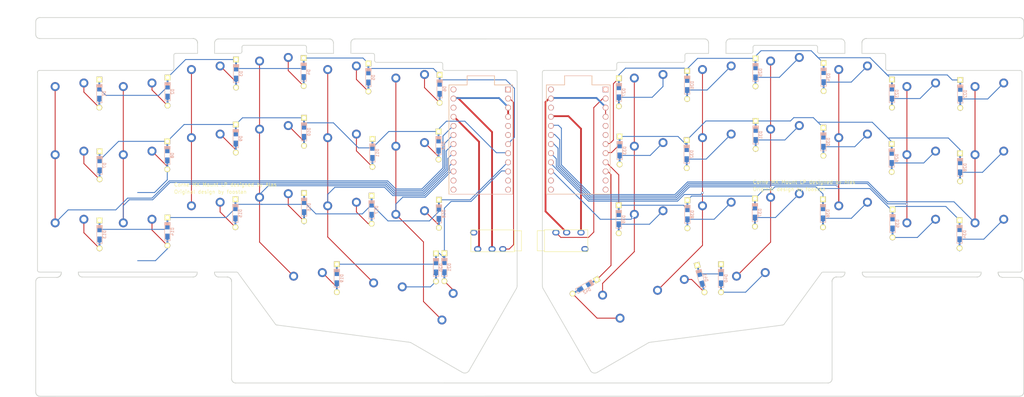
<source format=kicad_pcb>
(kicad_pcb (version 20211014) (generator pcbnew)
  (title_block (title "Corne Cherry") (date "2020-09-28") (rev "3.0.1") (company "foostan"))
  (layers (0 "F.Cu" signal) (31 "B.Cu" signal) (34 "B.Paste" user) (35 "F.Paste" user) (36 "B.SilkS" user "B.Silkscreen") (37 "F.SilkS" user "F.Silkscreen") (38 "B.Mask" user) (39 "F.Mask" user) (44 "Edge.Cuts" user))
  (net 0 "")
  (net 1 "row0")
  (net 2 "Net-(D1-Pad2)")
  (net 3 "row1")
  (net 4 "Net-(D2-Pad2)")
  (net 5 "row2")
  (net 6 "Net-(D3-Pad2)")
  (net 7 "row3")
  (net 8 "Net-(D4-Pad2)")
  (net 9 "Net-(D5-Pad2)")
  (net 10 "Net-(D6-Pad2)")
  (net 11 "Net-(D7-Pad2)")
  (net 12 "Net-(D8-Pad2)")
  (net 13 "Net-(D9-Pad2)")
  (net 14 "Net-(D10-Pad2)")
  (net 15 "Net-(D11-Pad2)")
  (net 16 "Net-(D12-Pad2)")
  (net 17 "Net-(D13-Pad2)")
  (net 18 "Net-(D14-Pad2)")
  (net 19 "Net-(D15-Pad2)")
  (net 20 "Net-(D16-Pad2)")
  (net 21 "Net-(D17-Pad2)")
  (net 22 "Net-(D18-Pad2)")
  (net 23 "Net-(D19-Pad2)")
  (net 24 "Net-(D20-Pad2)")
  (net 25 "Net-(D21-Pad2)")
  (net 26 "GND")
  (net 27 "VCC")
  (net 28 "col0")
  (net 29 "col1")
  (net 30 "col2")
  (net 31 "col3")
  (net 32 "col4")
  (net 33 "col5")
  (net 34 "LED")
  (net 35 "data")
  (net 36 "reset")
  (net 37 "SCL")
  (net 38 "SDA")
  (net 44 "Net-(D22-Pad2)")
  (net 45 "row0_r")
  (net 46 "Net-(D23-Pad2)")
  (net 47 "Net-(D24-Pad2)")
  (net 48 "Net-(D25-Pad2)")
  (net 49 "Net-(D26-Pad2)")
  (net 50 "Net-(D27-Pad2)")
  (net 51 "row1_r")
  (net 52 "Net-(D28-Pad2)")
  (net 53 "Net-(D29-Pad2)")
  (net 54 "Net-(D30-Pad2)")
  (net 55 "Net-(D31-Pad2)")
  (net 56 "Net-(D32-Pad2)")
  (net 57 "Net-(D33-Pad2)")
  (net 58 "row2_r")
  (net 59 "Net-(D34-Pad2)")
  (net 60 "Net-(D35-Pad2)")
  (net 61 "Net-(D36-Pad2)")
  (net 62 "Net-(D37-Pad2)")
  (net 63 "Net-(D38-Pad2)")
  (net 64 "Net-(D39-Pad2)")
  (net 65 "Net-(D40-Pad2)")
  (net 66 "row3_r")
  (net 67 "Net-(D41-Pad2)")
  (net 68 "Net-(D42-Pad2)")
  (net 69 "data_r")
  (net 70 "SDA_r")
  (net 71 "SCL_r")
  (net 72 "LED_r")
  (net 73 "reset_r")
  (net 74 "col0_r")
  (net 75 "col1_r")
  (net 76 "col2_r")
  (net 77 "col3_r")
  (net 78 "col4_r")
  (net 79 "col5_r")
  (net 80 "VDD")
  (net 81 "GNDA")
  (footprint "Keebio-Parts:Diode-Hybrid-Back" (layer "F.Cu") (at 28.426 33.23 90)
    (fp_text reference "D1")
    (fp_text value "D" hide)
  )
  (footprint "Keebio-Parts:Diode-Hybrid-Back" (layer "F.Cu") (at 47.4506 32.6712 90)
    (fp_text reference "D2")
    (fp_text value "D" hide)
  )
  (footprint "Keebio-Parts:Diode-Hybrid-Back" (layer "F.Cu") (at 66.5514 27.642 90)
    (fp_text reference "D3")
    (fp_text value "D" hide)
  )
  (footprint "Keebio-Parts:Diode-Hybrid-Back" (layer "F.Cu") (at 85.4109 27.2229 90)
    (fp_text reference "D4")
    (fp_text value "D" hide)
  )
  (footprint "Keebio-Parts:Diode-Hybrid-Back" (layer "F.Cu") (at 103.45125 28.72375 90)
    (fp_text reference "D5")
    (fp_text value "D" hide)
  )
  (footprint "Keebio-Parts:Diode-Hybrid-Back" (layer "F.Cu") (at 28.5022 53.2325 90)
    (fp_text reference "D7")
    (fp_text value "D" hide)
  )
  (footprint "Keebio-Parts:Diode-Hybrid-Back" (layer "F.Cu") (at 47.3744 50.4512 90)
    (fp_text reference "D8")
    (fp_text value "D" hide)
  )
  (footprint "Keebio-Parts:Diode-Hybrid-Back" (layer "F.Cu") (at 66.4752 45.7522 90)
    (fp_text reference "D9")
    (fp_text value "D" hide)
  )
  (footprint "Keebio-Parts:Diode-Hybrid-Back" (layer "F.Cu") (at 85.4998 43.8853 90)
    (fp_text reference "D10")
    (fp_text value "D" hide)
  )
  (footprint "Keebio-Parts:Diode-Hybrid-Back" (layer "F.Cu") (at 104.5752 49.7632 90)
    (fp_text reference "D11")
    (fp_text value "D" hide)
  )
  (footprint "Keebio-Parts:Diode-Hybrid-Back" (layer "F.Cu") (at 123.0156 47.7058 90)
    (fp_text reference "D12")
    (fp_text value "D" hide)
  )
  (footprint "Keebio-Parts:Diode-Hybrid-Back" (layer "F.Cu") (at 28.4768 72.4962 90)
    (fp_text reference "D13")
    (fp_text value "D" hide)
  )
  (footprint "Keebio-Parts:Diode-Hybrid-Back" (layer "F.Cu") (at 47.4125 71.6961 90)
    (fp_text reference "D14")
    (fp_text value "D" hide)
  )
  (footprint "Keebio-Parts:Diode-Hybrid-Back" (layer "F.Cu") (at 66.3736 66.6075 90)
    (fp_text reference "D15")
    (fp_text value "D" hide)
  )
  (footprint "Keebio-Parts:Diode-Hybrid-Back" (layer "F.Cu") (at 85.5252 64.8889 90)
    (fp_text reference "D16")
    (fp_text value "D" hide)
  )
  (footprint "Keebio-Parts:Diode-Hybrid-Back" (layer "F.Cu") (at 104.3466 65.6128 90)
    (fp_text reference "D17")
    (fp_text value "D" hide)
  )
  (footprint "Keebio-Parts:Diode-Hybrid-Back" (layer "F.Cu") (at 123.1172 66.7453 90)
    (fp_text reference "D18")
    (fp_text value "D" hide)
  )
  (footprint "Keebio-Parts:Diode-Hybrid-Back" (layer "F.Cu") (at 94.6438 84.7128 90)
    (fp_text reference "D19")
    (fp_text value "D" hide)
  )
  (footprint "Keebio-Parts:Diode-Hybrid-Back" (layer "F.Cu") (at 122.3044 81.6932 90)
    (fp_text reference "D20")
    (fp_text value "D" hide)
  )
  (footprint "Keebio-Parts:Diode-Hybrid-Back" (layer "F.Cu") (at 124.6412 81.6529 90)
    (fp_text reference "D21")
    (fp_text value "D" hide)
  )
  (footprint "SMKVintLinear-Footprint:SMK-JM0404-1U" (layer "F.Cu") (at 39.1075 35.78)
    (fp_text reference "SW2")
    (fp_text value "SW_Push")
  )
  (footprint "SMKVintLinear-Footprint:SMK-JM0404-1U" (layer "F.Cu") (at 58.1075 31.03)
    (fp_text reference "SW3")
    (fp_text value "SW_Push")
  )
  (footprint "SMKVintLinear-Footprint:SMK-JM0404-1U" (layer "F.Cu") (at 77.1075 28.655)
    (fp_text reference "SW4")
    (fp_text value "SW_Push")
  )
  (footprint "SMKVintLinear-Footprint:SMK-JM0404-1U" (layer "F.Cu") (at 96.1075 31.03)
    (fp_text reference "SW5")
    (fp_text value "SW_Push")
  )
  (footprint "SMKVintLinear-Footprint:SMK-JM0404-1U" (layer "F.Cu") (at 20.1075 54.78)
    (fp_text reference "SW7")
    (fp_text value "SW_Push")
  )
  (footprint "SMKVintLinear-Footprint:SMK-JM0404-1U" (layer "F.Cu") (at 39.1075 54.78)
    (fp_text reference "SW8")
    (fp_text value "SW_Push")
  )
  (footprint "SMKVintLinear-Footprint:SMK-JM0404-1U" (layer "F.Cu") (at 58.1075 50.03)
    (fp_text reference "SW9")
    (fp_text value "SW_Push")
  )
  (footprint "SMKVintLinear-Footprint:SMK-JM0404-1U" (layer "F.Cu") (at 77.1075 47.655)
    (fp_text reference "SW10")
    (fp_text value "SW_Push")
  )
  (footprint "SMKVintLinear-Footprint:SMK-JM0404-1U" (layer "F.Cu") (at 96.1075 50.03)
    (fp_text reference "SW11")
    (fp_text value "SW_Push")
  )
  (footprint "SMKVintLinear-Footprint:SMK-JM0404-1U" (layer "F.Cu") (at 115.1075 52.405)
    (fp_text reference "SW12")
    (fp_text value "SW_Push")
  )
  (footprint "SMKVintLinear-Footprint:SMK-JM0404-1U" (layer "F.Cu") (at 20.1075 73.78)
    (fp_text reference "SW13")
    (fp_text value "SW_Push")
  )
  (footprint "SMKVintLinear-Footprint:SMK-JM0404-1U" (layer "F.Cu") (at 39.1075 73.78)
    (fp_text reference "SW14")
    (fp_text value "SW_Push")
  )
  (footprint "SMKVintLinear-Footprint:SMK-JM0404-1U" (layer "F.Cu") (at 58.1075 69.03)
    (fp_text reference "SW15")
    (fp_text value "SW_Push")
  )
  (footprint "SMKVintLinear-Footprint:SMK-JM0404-1U" (layer "F.Cu") (at 77.1075 66.655)
    (fp_text reference "SW16")
    (fp_text value "SW_Push")
  )
  (footprint "SMKVintLinear-Footprint:SMK-JM0404-1U" (layer "F.Cu") (at 96.1075 69.03)
    (fp_text reference "SW17")
    (fp_text value "SW_Push")
  )
  (footprint "SMKVintLinear-Footprint:SMK-JM0404-1U" (layer "F.Cu") (at 115.1075 71.405)
    (fp_text reference "SW18")
    (fp_text value "SW_Push")
  )
  (footprint "SMKVintLinear-Footprint:SMK-JM0404-1U" (layer "F.Cu") (at 86.6075 88.655)
    (fp_text reference "SW19")
    (fp_text value "SW_Push")
  )
  (footprint "SMKVintLinear-Footprint:SMK-JM0404-1U" (layer "F.Cu") (at 107.6075 91.405 -15)
    (fp_text reference "SW20")
    (fp_text value "SW_Push")
  )
  (footprint "SMKVintLinear-Footprint:SMK-JM0404-1U" (layer "F.Cu") (at 129.8575 95.155 60)
    (fp_text reference "SW21")
    (fp_text value "SW_Push")
  )
  (footprint "SMKVintLinear-Footprint:SMK-JM0404-1U" (layer "F.Cu") (at 166.8645 95.15 -60)
    (fp_text reference "SW42")
    (fp_text value "SW_Push")
  )
  (footprint "Keebio-Parts:Diode-Hybrid-Back" (layer "F.Cu") (at 249.4441 33.2289 90)
    (fp_text reference "D23")
    (fp_text value "D" hide)
  )
  (footprint "Keebio-Parts:Diode-Hybrid-Back" (layer "F.Cu") (at 230.3941 28.6431 90)
    (fp_text reference "D24")
    (fp_text value "D" hide)
  )
  (footprint "Keebio-Parts:Diode-Hybrid-Back" (layer "F.Cu") (at 211.3949 27.3096 90)
    (fp_text reference "D25")
    (fp_text value "D" hide)
  )
  (footprint "Keebio-Parts:Diode-Hybrid-Back" (layer "F.Cu") (at 173.2949 32.8722 90)
    (fp_text reference "D27")
    (fp_text value "D" hide)
  )
  (footprint "Keebio-Parts:Diode-Hybrid-Back" (layer "F.Cu") (at 249.3806 51.1729 90)
    (fp_text reference "D29")
    (fp_text value "D" hide)
  )
  (footprint "Keebio-Parts:Diode-Hybrid-Back" (layer "F.Cu") (at 230.3306 46.6517 90)
    (fp_text reference "D30")
    (fp_text value "D" hide)
  )
  (footprint "Keebio-Parts:Diode-Hybrid-Back" (layer "F.Cu") (at 211.4457 44.7605 90)
    (fp_text reference "D31")
    (fp_text value "D" hide)
  )
  (footprint "Keebio-Parts:Diode-Hybrid-Back" (layer "F.Cu") (at 192.2179 50.1188 90)
    (fp_text reference "D32")
    (fp_text value "D" hide)
  )
  (footprint "Keebio-Parts:Diode-Hybrid-Back" (layer "F.Cu") (at 173.5108 49.0774 90)
    (fp_text reference "D33")
    (fp_text value "D" hide)
  )
  (footprint "Keebio-Parts:Diode-Hybrid-Back" (layer "F.Cu") (at 268.3036 72.4454 90)
    (fp_text reference "D34")
    (fp_text value "D" hide)
  )
  (footprint "Keebio-Parts:Diode-Hybrid-Back" (layer "F.Cu") (at 249.6092 69.4482 90)
    (fp_text reference "D35")
    (fp_text value "D" hide)
  )
  (footprint "Keebio-Parts:Diode-Hybrid-Back" (layer "F.Cu") (at 230.2163 66.6172 90)
    (fp_text reference "D36")
    (fp_text value "D" hide)
  )
  (footprint "Keebio-Parts:Diode-Hybrid-Back" (layer "F.Cu") (at 211.2425 66.4002 90)
    (fp_text reference "D37")
    (fp_text value "D" hide)
  )
  (footprint "Keebio-Parts:Diode-Hybrid-Back" (layer "F.Cu") (at 192.4084 66.8828 90)
    (fp_text reference "D38")
    (fp_text value "D" hide)
  )
  (footprint "Keebio-Parts:Diode-Hybrid-Back" (layer "F.Cu") (at 173.2568 68.2671 90)
    (fp_text reference "D39")
    (fp_text value "D" hide)
  )
  (footprint "Keebio-Parts:Diode-Hybrid-Back" (layer "F.Cu") (at 201.7937 84.7244 90)
    (fp_text reference "D40")
    (fp_text value "D" hide)
  )
  (footprint "Keebio-Parts:Diode-Hybrid-Back" (layer "F.Cu") (at 196.1549 84.8671 105)
    (fp_text reference "D41")
    (fp_text value "D" hide)
  )
  (footprint "Keebio-Parts:Diode-Hybrid-Back" (layer "F.Cu") (at 163.763836 87.0696 30)
    (fp_text reference "D42")
    (fp_text value "D" hide)
  )
  (footprint "Keebio-Parts:Diode-Hybrid-Back" (layer "F.Cu") (at 268.4941 33.3294 90)
    (fp_text reference "D22")
    (fp_text value "D" hide)
  )
  (footprint "SMKVintLinear-Footprint:SMK-JM0404-1U" (layer "F.Cu") (at 219.6145 66.65)
    (fp_text reference "SW37")
    (fp_text value "SW_Push")
  )
  (footprint "SMKVintLinear-Footprint:SMK-JM0404-1U" (layer "F.Cu") (at 200.6145 69.025)
    (fp_text reference "SW38")
    (fp_text value "SW_Push")
  )
  (footprint "SMKVintLinear-Footprint:SMK-JM0404-1U" (layer "F.Cu") (at 181.6145 71.4)
    (fp_text reference "SW39")
    (fp_text value "SW_Push")
  )
  (footprint "SMKVintLinear-Footprint:SMK-JM0404-1U" (layer "F.Cu") (at 210.1145 88.65)
    (fp_text reference "SW40")
    (fp_text value "SW_Push")
  )
  (footprint "SMKVintLinear-Footprint:SMK-JM0404-1U" (layer "F.Cu") (at 189.1145 91.4 15)
    (fp_text reference "SW41")
    (fp_text value "SW_Push")
  )
  (footprint "SMKVintLinear-Footprint:SMK-JM0404-1U" (layer "F.Cu") (at 219.6145 28.65)
    (fp_text reference "SW25")
    (fp_text value "SW_Push")
  )
  (footprint "SMKVintLinear-Footprint:SMK-JM0404-1U" (layer "F.Cu") (at 200.6145 31.025)
    (fp_text reference "SW26")
    (fp_text value "SW_Push")
  )
  (footprint "SMKVintLinear-Footprint:SMK-JM0404-1U" (layer "F.Cu") (at 276.6145 54.775)
    (fp_text reference "SW28")
    (fp_text value "SW_Push")
  )
  (footprint "SMKVintLinear-Footprint:SMK-JM0404-1U" (layer "F.Cu") (at 238.6145 31.025)
    (fp_text reference "SW24")
    (fp_text value "SW_Push")
  )
  (footprint "SMKVintLinear-Footprint:SMK-JM0404-1U" (layer "F.Cu") (at 257.6145 54.775)
    (fp_text reference "SW29")
    (fp_text value "SW_Push")
  )
  (footprint "SMKVintLinear-Footprint:SMK-JM0404-1U" (layer "F.Cu") (at 257.6145 73.775)
    (fp_text reference "SW35")
    (fp_text value "SW_Push")
  )
  (footprint "SMKVintLinear-Footprint:SMK-JM0404-1U" (layer "F.Cu") (at 238.6145 69.025)
    (fp_text reference "SW36")
    (fp_text value "SW_Push")
  )
  (footprint "SMKVintLinear-Footprint:SMK-JM0404-1U" (layer "F.Cu") (at 276.6145 35.775)
    (fp_text reference "SW22")
    (fp_text value "SW_Push")
  )
  (footprint "SMKVintLinear-Footprint:SMK-JM0404-1U" (layer "F.Cu") (at 257.6145 35.775)
    (fp_text reference "SW23")
    (fp_text value "SW_Push")
  )
  (footprint "SMKVintLinear-Footprint:SMK-JM0404-1U" (layer "F.Cu") (at 238.6145 50.025)
    (fp_text reference "SW30")
    (fp_text value "SW_Push")
  )
  (footprint "SMKVintLinear-Footprint:SMK-JM0404-1U" (layer "F.Cu") (at 219.6145 47.65)
    (fp_text reference "SW31")
    (fp_text value "SW_Push")
  )
  (footprint "SMKVintLinear-Footprint:SMK-JM0404-1U" (layer "F.Cu") (at 200.6145 50.025)
    (fp_text reference "SW32")
    (fp_text value "SW_Push")
  )
  (footprint "SMKVintLinear-Footprint:SMK-JM0404-1U" (layer "F.Cu") (at 181.6145 52.4)
    (fp_text reference "SW33")
    (fp_text value "SW_Push")
  )
  (footprint "SMKVintLinear-Footprint:SMK-JM0404-1U" (layer "F.Cu") (at 276.6145 73.775)
    (fp_text reference "SW34")
    (fp_text value "SW_Push")
  )
  (footprint "SMKVintLinear-Footprint:SMK-JM0404-1U" (layer "F.Cu") (at 20.1075 35.78)
    (fp_text reference "SW1")
    (fp_text value "SW_Push")
  )
  (footprint "SMKVintLinear-Footprint:SMK-JM0404-1U" (layer "F.Cu") (at 115.1075 33.405)
    (fp_text reference "SW6")
    (fp_text value "SW_Push")
  )
  (footprint "SMKVintLinear-Footprint:SMK-JM0404-1U" (layer "F.Cu") (at 181.6075 33.405)
    (fp_text reference "SW27")
    (fp_text value "SW_Push")
  )
  (footprint "Keebio-Parts:TRRS-PJ-320A" (layer "F.Cu") (at 144.1345 74.292 -90)
    (fp_text reference "J1")
    (fp_text value "Conn_01x04_Female")
  )
  (footprint "Keebio-Parts:TRRS-PJ-320A" (layer "F.Cu") (at 152.5375 74.27 90)
    (fp_text reference "J2")
    (fp_text value "Conn_01x04_Female")
  )
  (footprint "Keebio-Parts:Diode-Hybrid-Back" (layer "F.Cu") (at 123.3204 31.8935 90)
    (fp_text reference "D6")
    (fp_text value "D" hide)
  )
  (footprint "Keebio-Parts:Diode-Hybrid-Back" (layer "F.Cu") (at 268.4433 53.7902 90)
    (fp_text reference "D28")
    (fp_text value "D" hide)
  )
  (footprint "Keebio-Parts:Diode-Hybrid-Back" (layer "F.Cu") (at 192.3449 30.8402 90)
    (fp_text reference "D26")
    (fp_text value "D" hide)
  )
  (footprint "promicro:ProMicro" (layer "B.Cu") (at 161.9792 46.0432 -90)
    (fp_text reference "U1" hide)
    (fp_text value "ProMicro")
  )
  (footprint "promicro:ProMicro" (layer "B.Cu") (at 134.8012 46.0559 -90)
    (fp_text reference "U2" hide)
    (fp_text value "ProMicro")
  )
  (gr_line (start 17.8075 83.020309) (end 17.8125 83.25) (layer "Edge.Cuts") (width 0.2))
  (gr_line (start 17.8125 83.25) (end 17.8123 83.252) (layer "Edge.Cuts") (width 0.2))
  (gr_line (start 17.8123 83.252) (end 17.8123 83.252) (layer "Edge.Cuts") (width 0.2))
  (gr_line (start 17.8123 83.252) (end 17.7896 83.483) (layer "Edge.Cuts") (width 0.2))
  (gr_line (start 17.7896 83.483) (end 17.7896 83.483) (layer "Edge.Cuts") (width 0.2))
  (gr_line (start 17.7896 83.483) (end 17.7896 83.483) (layer "Edge.Cuts") (width 0.2))
  (gr_line (start 17.7896 83.483) (end 17.7896 83.484) (layer "Edge.Cuts") (width 0.2))
  (gr_line (start 17.7896 83.484) (end 17.7886 83.488) (layer "Edge.Cuts") (width 0.2))
  (gr_line (start 17.7886 83.488) (end 17.7877 83.493) (layer "Edge.Cuts") (width 0.2))
  (gr_line (start 17.7877 83.493) (end 17.7208 83.714) (layer "Edge.Cuts") (width 0.2))
  (gr_line (start 17.7208 83.714) (end 17.7206 83.715) (layer "Edge.Cuts") (width 0.2))
  (gr_line (start 17.7206 83.715) (end 17.7188 83.719) (layer "Edge.Cuts") (width 0.2))
  (gr_line (start 17.7188 83.719) (end 17.717 83.724) (layer "Edge.Cuts") (width 0.2))
  (gr_line (start 17.717 83.724) (end 17.6082 83.928) (layer "Edge.Cuts") (width 0.2))
  (gr_line (start 17.6082 83.928) (end 17.6079 83.929) (layer "Edge.Cuts") (width 0.2))
  (gr_line (start 17.6079 83.929) (end 17.6054 83.932) (layer "Edge.Cuts") (width 0.2))
  (gr_line (start 17.6054 83.932) (end 17.6028 83.936) (layer "Edge.Cuts") (width 0.2))
  (gr_line (start 17.6028 83.936) (end 17.4564 84.116) (layer "Edge.Cuts") (width 0.2))
  (gr_line (start 17.4564 84.116) (end 17.4564 84.116) (layer "Edge.Cuts") (width 0.2))
  (gr_line (start 17.4564 84.116) (end 17.4564 84.116) (layer "Edge.Cuts") (width 0.2))
  (gr_line (start 17.4564 84.116) (end 17.4559 84.116) (layer "Edge.Cuts") (width 0.2))
  (gr_line (start 17.4559 84.116) (end 17.4527 84.12) (layer "Edge.Cuts") (width 0.2))
  (gr_line (start 17.4527 84.12) (end 17.4495 84.123) (layer "Edge.Cuts") (width 0.2))
  (gr_line (start 17.4495 84.123) (end 17.2709 84.271) (layer "Edge.Cuts") (width 0.2))
  (gr_line (start 17.2709 84.271) (end 17.2704 84.271) (layer "Edge.Cuts") (width 0.2))
  (gr_line (start 17.2704 84.271) (end 17.2666 84.273) (layer "Edge.Cuts") (width 0.2))
  (gr_line (start 17.2666 84.273) (end 17.2628 84.276) (layer "Edge.Cuts") (width 0.2))
  (gr_line (start 17.2628 84.276) (end 17.059 84.386) (layer "Edge.Cuts") (width 0.2))
  (gr_line (start 17.059 84.386) (end 17.059 84.386) (layer "Edge.Cuts") (width 0.2))
  (gr_line (start 17.059 84.386) (end 17.059 84.386) (layer "Edge.Cuts") (width 0.2))
  (gr_line (start 17.059 84.386) (end 17.0583 84.387) (layer "Edge.Cuts") (width 0.2))
  (gr_line (start 17.0583 84.387) (end 17.0542 84.388) (layer "Edge.Cuts") (width 0.2))
  (gr_line (start 17.0542 84.388) (end 17.05 84.39) (layer "Edge.Cuts") (width 0.2))
  (gr_line (start 17.05 84.39) (end 16.8286 84.459) (layer "Edge.Cuts") (width 0.2))
  (gr_line (start 16.8286 84.459) (end 16.8279 84.459) (layer "Edge.Cuts") (width 0.2))
  (gr_line (start 16.8279 84.459) (end 16.8235 84.46) (layer "Edge.Cuts") (width 0.2))
  (gr_line (start 16.8235 84.46) (end 16.819 84.46) (layer "Edge.Cuts") (width 0.2))
  (gr_line (start 16.819 84.46) (end 16.5885 84.485) (layer "Edge.Cuts") (width 0.2))
  (gr_line (start 16.5885 84.485) (end 16.5878 84.485) (layer "Edge.Cuts") (width 0.2))
  (gr_line (start 16.5878 84.485) (end 16.5856 84.485) (layer "Edge.Cuts") (width 0.2))
  (gr_line (start 16.5856 84.485) (end 16.5835 84.485) (layer "Edge.Cuts") (width 0.2))
  (gr_line (start 16.5835 84.485) (end 16.5775 84.485) (layer "Edge.Cuts") (width 0.2))
  (gr_line (start 16.5775 84.485) (end 16.5774 84.485) (layer "Edge.Cuts") (width 0.2))
  (gr_line (start 16.5774 84.485) (end 11.8252 84.485) (layer "Edge.Cuts") (width 0.2))
  (gr_line (start 11.8252 84.485) (end 11.8194 84.485) (layer "Edge.Cuts") (width 0.2))
  (gr_line (start 11.8194 84.485) (end 11.5963 84.508) (layer "Edge.Cuts") (width 0.2))
  (gr_line (start 11.5963 84.508) (end 11.3843 84.574) (layer "Edge.Cuts") (width 0.2))
  (gr_line (start 11.3843 84.574) (end 11.1891 84.68) (layer "Edge.Cuts") (width 0.2))
  (gr_line (start 11.1891 84.68) (end 11.018 84.821) (layer "Edge.Cuts") (width 0.2))
  (gr_line (start 11.018 84.821) (end 10.8778 84.993) (layer "Edge.Cuts") (width 0.2))
  (gr_line (start 10.8778 84.993) (end 10.7736 85.189) (layer "Edge.Cuts") (width 0.2))
  (gr_line (start 10.7736 85.189) (end 10.7094 85.402) (layer "Edge.Cuts") (width 0.2))
  (gr_line (start 10.7094 85.402) (end 10.6875 85.625) (layer "Edge.Cuts") (width 0.2))
  (gr_line (start 10.6875 116.497) (end 10.6875 116.503) (layer "Edge.Cuts") (width 0.2))
  (gr_line (start 10.6875 116.503) (end 10.711 116.726) (layer "Edge.Cuts") (width 0.2))
  (gr_line (start 10.711 116.726) (end 10.7766 116.938) (layer "Edge.Cuts") (width 0.2))
  (gr_line (start 10.7766 116.938) (end 10.8822 117.133) (layer "Edge.Cuts") (width 0.2))
  (gr_line (start 10.8822 117.133) (end 11.0236 117.304) (layer "Edge.Cuts") (width 0.2))
  (gr_line (start 11.0236 117.304) (end 11.1957 117.445) (layer "Edge.Cuts") (width 0.2))
  (gr_line (start 11.1957 117.445) (end 11.3916 117.549) (layer "Edge.Cuts") (width 0.2))
  (gr_line (start 11.3916 117.549) (end 11.6041 117.613) (layer "Edge.Cuts") (width 0.2))
  (gr_line (start 11.6041 117.613) (end 11.8274 117.635) (layer "Edge.Cuts") (width 0.2))
  (gr_line (start 11.8274 117.635) (end 285.0575 117.626) (layer "Edge.Cuts") (width 0.2))
  (gr_line (start 285.0555 12.0385) (end 11.8252 12.0475) (layer "Edge.Cuts") (width 0.2))
  (gr_line (start 11.8252 12.0475) (end 11.8194 12.0475) (layer "Edge.Cuts") (width 0.2))
  (gr_line (start 11.8194 12.0475) (end 11.5963 12.071) (layer "Edge.Cuts") (width 0.2))
  (gr_line (start 11.5963 12.071) (end 11.3843 12.1366) (layer "Edge.Cuts") (width 0.2))
  (gr_line (start 11.3843 12.1366) (end 11.1891 12.2422) (layer "Edge.Cuts") (width 0.2))
  (gr_line (start 11.1891 12.2422) (end 11.018 12.3837) (layer "Edge.Cuts") (width 0.2))
  (gr_line (start 11.018 12.3837) (end 10.8778 12.5557) (layer "Edge.Cuts") (width 0.2))
  (gr_line (start 10.8778 12.5557) (end 10.7736 12.7516) (layer "Edge.Cuts") (width 0.2))
  (gr_line (start 10.7736 12.7516) (end 10.7094 12.9641) (layer "Edge.Cuts") (width 0.2))
  (gr_line (start 10.7094 12.9641) (end 10.6875 13.1875) (layer "Edge.Cuts") (width 0.2))
  (gr_line (start 10.6875 13.1875) (end 10.6875 16.7473) (layer "Edge.Cuts") (width 0.2))
  (gr_line (start 10.6875 16.7473) (end 10.6875 16.7531) (layer "Edge.Cuts") (width 0.2))
  (gr_line (start 10.6875 16.7531) (end 10.711 16.9762) (layer "Edge.Cuts") (width 0.2))
  (gr_line (start 10.711 16.9762) (end 10.7766 17.1882) (layer "Edge.Cuts") (width 0.2))
  (gr_line (start 10.7766 17.1882) (end 10.8822 17.3835) (layer "Edge.Cuts") (width 0.2))
  (gr_line (start 10.8822 17.3835) (end 11.0236 17.5545) (layer "Edge.Cuts") (width 0.2))
  (gr_line (start 11.0236 17.5545) (end 11.1957 17.6948) (layer "Edge.Cuts") (width 0.2))
  (gr_line (start 11.1957 17.6948) (end 11.3916 17.799) (layer "Edge.Cuts") (width 0.2))
  (gr_line (start 11.3916 17.799) (end 11.6041 17.8631) (layer "Edge.Cuts") (width 0.2))
  (gr_line (start 11.6041 17.8631) (end 11.8274 17.885) (layer "Edge.Cuts") (width 0.2))
  (gr_line (start 11.8274 17.885) (end 54.5774 17.885) (layer "Edge.Cuts") (width 0.2))
  (gr_line (start 54.5774 17.885) (end 54.5799 17.8853) (layer "Edge.Cuts") (width 0.2))
  (gr_line (start 54.5799 17.8853) (end 54.5799 17.8853) (layer "Edge.Cuts") (width 0.2))
  (gr_line (start 54.5799 17.8853) (end 54.8105 17.9079) (layer "Edge.Cuts") (width 0.2))
  (gr_line (start 54.8105 17.9079) (end 54.8105 17.9079) (layer "Edge.Cuts") (width 0.2))
  (gr_line (start 54.8105 17.9079) (end 54.8105 17.9079) (layer "Edge.Cuts") (width 0.2))
  (gr_line (start 54.8105 17.9079) (end 54.8112 17.9079) (layer "Edge.Cuts") (width 0.2))
  (gr_line (start 54.8112 17.9079) (end 54.8156 17.9089) (layer "Edge.Cuts") (width 0.2))
  (gr_line (start 54.8156 17.9089) (end 54.8201 17.9098) (layer "Edge.Cuts") (width 0.2))
  (gr_line (start 54.8201 17.9098) (end 55.042 17.9768) (layer "Edge.Cuts") (width 0.2))
  (gr_line (start 55.042 17.9768) (end 55.0426 17.977) (layer "Edge.Cuts") (width 0.2))
  (gr_line (start 55.0426 17.977) (end 55.0468 17.9787) (layer "Edge.Cuts") (width 0.2))
  (gr_line (start 55.0468 17.9787) (end 55.051 17.9805) (layer "Edge.Cuts") (width 0.2))
  (gr_line (start 55.051 17.9805) (end 55.2556 18.0893) (layer "Edge.Cuts") (width 0.2))
  (gr_line (start 55.2556 18.0893) (end 55.2556 18.0893) (layer "Edge.Cuts") (width 0.2))
  (gr_line (start 55.2556 18.0893) (end 55.2556 18.0893) (layer "Edge.Cuts") (width 0.2))
  (gr_line (start 55.2556 18.0893) (end 55.2562 18.0896) (layer "Edge.Cuts") (width 0.2))
  (gr_line (start 55.2562 18.0896) (end 55.26 18.0922) (layer "Edge.Cuts") (width 0.2))
  (gr_line (start 55.26 18.0922) (end 55.2638 18.0947) (layer "Edge.Cuts") (width 0.2))
  (gr_line (start 55.2638 18.0947) (end 55.4434 18.2412) (layer "Edge.Cuts") (width 0.2))
  (gr_line (start 55.4434 18.2412) (end 55.4439 18.2416) (layer "Edge.Cuts") (width 0.2))
  (gr_line (start 55.4439 18.2416) (end 55.447 18.2448) (layer "Edge.Cuts") (width 0.2))
  (gr_line (start 55.447 18.2448) (end 55.4503 18.248) (layer "Edge.Cuts") (width 0.2))
  (gr_line (start 55.4503 18.248) (end 55.598 18.4266) (layer "Edge.Cuts") (width 0.2))
  (gr_line (start 55.598 18.4266) (end 55.5984 18.4271) (layer "Edge.Cuts") (width 0.2))
  (gr_line (start 55.5984 18.4271) (end 55.6009 18.4309) (layer "Edge.Cuts") (width 0.2))
  (gr_line (start 55.6009 18.4309) (end 55.6035 18.4347) (layer "Edge.Cuts") (width 0.2))
  (gr_line (start 55.6035 18.4347) (end 55.7137 18.6386) (layer "Edge.Cuts") (width 0.2))
  (gr_line (start 55.7137 18.6386) (end 55.7137 18.6386) (layer "Edge.Cuts") (width 0.2))
  (gr_line (start 55.7137 18.6386) (end 55.7137 18.6386) (layer "Edge.Cuts") (width 0.2))
  (gr_line (start 55.7137 18.6386) (end 55.714 18.6392) (layer "Edge.Cuts") (width 0.2))
  (gr_line (start 55.714 18.6392) (end 55.7157 18.6434) (layer "Edge.Cuts") (width 0.2))
  (gr_line (start 55.7157 18.6434) (end 55.7175 18.6476) (layer "Edge.Cuts") (width 0.2))
  (gr_line (start 55.7175 18.6476) (end 55.786 18.869) (layer "Edge.Cuts") (width 0.2))
  (gr_line (start 55.786 18.869) (end 55.7862 18.8696) (layer "Edge.Cuts") (width 0.2))
  (gr_line (start 55.7862 18.8696) (end 55.7871 18.8741) (layer "Edge.Cuts") (width 0.2))
  (gr_line (start 55.7871 18.8741) (end 55.788 18.8785) (layer "Edge.Cuts") (width 0.2))
  (gr_line (start 55.788 18.8785) (end 55.8122 19.109) (layer "Edge.Cuts") (width 0.2))
  (gr_line (start 55.8122 19.109) (end 55.8123 19.1097) (layer "Edge.Cuts") (width 0.2))
  (gr_line (start 55.8123 19.1097) (end 55.8122 19.1119) (layer "Edge.Cuts") (width 0.2))
  (gr_line (start 55.8122 19.1119) (end 55.8125 19.1141) (layer "Edge.Cuts") (width 0.2))
  (gr_line (start 55.8125 19.1141) (end 55.8125 19.12) (layer "Edge.Cuts") (width 0.2))
  (gr_line (start 55.8125 19.12) (end 55.8125 19.1201) (layer "Edge.Cuts") (width 0.2))
  (gr_line (start 55.8125 19.1201) (end 55.8175 22.020252) (layer "Edge.Cuts") (width 0.2))
  (gr_line (start 60.5575 83.021073) (end 60.5625 83.247) (layer "Edge.Cuts") (width 0.2))
  (gr_line (start 60.5625 83.247) (end 60.5625 83.253) (layer "Edge.Cuts") (width 0.2))
  (gr_line (start 60.5625 83.253) (end 60.586 83.476) (layer "Edge.Cuts") (width 0.2))
  (gr_line (start 60.586 83.476) (end 60.6516 83.688) (layer "Edge.Cuts") (width 0.2))
  (gr_line (start 60.6516 83.688) (end 60.7572 83.883) (layer "Edge.Cuts") (width 0.2))
  (gr_line (start 60.7572 83.883) (end 60.8986 84.054) (layer "Edge.Cuts") (width 0.2))
  (gr_line (start 60.8986 84.054) (end 61.0707 84.195) (layer "Edge.Cuts") (width 0.2))
  (gr_line (start 61.0707 84.195) (end 61.2666 84.299) (layer "Edge.Cuts") (width 0.2))
  (gr_line (start 61.2666 84.299) (end 61.4791 84.363) (layer "Edge.Cuts") (width 0.2))
  (gr_line (start 61.4791 84.363) (end 61.7024 84.385) (layer "Edge.Cuts") (width 0.2))
  (gr_line (start 61.7024 84.385) (end 64.0774 84.385) (layer "Edge.Cuts") (width 0.2))
  (gr_line (start 64.0774 84.385) (end 64.0799 84.385) (layer "Edge.Cuts") (width 0.2))
  (gr_line (start 64.0799 84.385) (end 64.0799 84.385) (layer "Edge.Cuts") (width 0.2))
  (gr_line (start 64.0799 84.385) (end 64.3105 84.408) (layer "Edge.Cuts") (width 0.2))
  (gr_line (start 64.3105 84.408) (end 64.3105 84.408) (layer "Edge.Cuts") (width 0.2))
  (gr_line (start 64.3105 84.408) (end 64.3105 84.408) (layer "Edge.Cuts") (width 0.2))
  (gr_line (start 64.3105 84.408) (end 64.3112 84.408) (layer "Edge.Cuts") (width 0.2))
  (gr_line (start 64.3112 84.408) (end 64.3156 84.409) (layer "Edge.Cuts") (width 0.2))
  (gr_line (start 64.3156 84.409) (end 64.3201 84.41) (layer "Edge.Cuts") (width 0.2))
  (gr_line (start 64.3201 84.41) (end 64.542 84.477) (layer "Edge.Cuts") (width 0.2))
  (gr_line (start 64.542 84.477) (end 64.542599 84.477) (layer "Edge.Cuts") (width 0.2))
  (gr_line (start 64.542599 84.477) (end 64.5468 84.479) (layer "Edge.Cuts") (width 0.2))
  (gr_line (start 64.5468 84.479) (end 64.551 84.48) (layer "Edge.Cuts") (width 0.2))
  (gr_line (start 64.551 84.48) (end 64.7556 84.589) (layer "Edge.Cuts") (width 0.2))
  (gr_line (start 64.7556 84.589) (end 64.7556 84.589) (layer "Edge.Cuts") (width 0.2))
  (gr_line (start 64.7556 84.589) (end 64.7556 84.589) (layer "Edge.Cuts") (width 0.2))
  (gr_line (start 64.7556 84.589) (end 64.756199 84.59) (layer "Edge.Cuts") (width 0.2))
  (gr_line (start 64.756199 84.59) (end 64.759999 84.592) (layer "Edge.Cuts") (width 0.2))
  (gr_line (start 64.759999 84.592) (end 64.7638 84.595) (layer "Edge.Cuts") (width 0.2))
  (gr_line (start 64.7638 84.595) (end 64.9434 84.741) (layer "Edge.Cuts") (width 0.2))
  (gr_line (start 64.9434 84.741) (end 64.9439 84.742) (layer "Edge.Cuts") (width 0.2))
  (gr_line (start 64.9439 84.742) (end 64.947 84.745) (layer "Edge.Cuts") (width 0.2))
  (gr_line (start 64.947 84.745) (end 64.9503 84.748) (layer "Edge.Cuts") (width 0.2))
  (gr_line (start 64.9503 84.748) (end 65.098 84.927) (layer "Edge.Cuts") (width 0.2))
  (gr_line (start 65.098 84.927) (end 65.0984 84.927) (layer "Edge.Cuts") (width 0.2))
  (gr_line (start 65.0984 84.927) (end 65.1009 84.931) (layer "Edge.Cuts") (width 0.2))
  (gr_line (start 65.1009 84.931) (end 65.1035 84.935) (layer "Edge.Cuts") (width 0.2))
  (gr_line (start 65.1035 84.935) (end 65.2137 85.139) (layer "Edge.Cuts") (width 0.2))
  (gr_line (start 65.2137 85.139) (end 65.2137 85.139) (layer "Edge.Cuts") (width 0.2))
  (gr_line (start 65.2137 85.139) (end 65.2137 85.139) (layer "Edge.Cuts") (width 0.2))
  (gr_line (start 65.2137 85.139) (end 65.214 85.139) (layer "Edge.Cuts") (width 0.2))
  (gr_line (start 65.214 85.139) (end 65.2157 85.143) (layer "Edge.Cuts") (width 0.2))
  (gr_line (start 65.2157 85.143) (end 65.2175 85.148) (layer "Edge.Cuts") (width 0.2))
  (gr_line (start 65.2175 85.148) (end 65.286 85.369) (layer "Edge.Cuts") (width 0.2))
  (gr_line (start 65.286 85.369) (end 65.2862 85.37) (layer "Edge.Cuts") (width 0.2))
  (gr_line (start 65.2862 85.37) (end 65.2871 85.374) (layer "Edge.Cuts") (width 0.2))
  (gr_line (start 65.2871 85.374) (end 65.288 85.379) (layer "Edge.Cuts") (width 0.2))
  (gr_line (start 65.288 85.379) (end 65.3122 85.609) (layer "Edge.Cuts") (width 0.2))
  (gr_line (start 65.3122 85.609) (end 65.3123 85.61) (layer "Edge.Cuts") (width 0.2))
  (gr_line (start 65.3123 85.61) (end 65.3122 85.612) (layer "Edge.Cuts") (width 0.2))
  (gr_line (start 65.3122 85.612) (end 65.3125 85.614) (layer "Edge.Cuts") (width 0.2))
  (gr_line (start 65.3125 85.614) (end 65.3125 85.62) (layer "Edge.Cuts") (width 0.2))
  (gr_line (start 65.3125 85.62) (end 65.3125 85.62) (layer "Edge.Cuts") (width 0.2))
  (gr_line (start 65.3125 85.62) (end 65.3125 112.797) (layer "Edge.Cuts") (width 0.2))
  (gr_line (start 65.3125 112.797) (end 65.3125 112.803) (layer "Edge.Cuts") (width 0.2))
  (gr_line (start 65.3125 112.803) (end 65.336 113.026) (layer "Edge.Cuts") (width 0.2))
  (gr_line (start 65.336 113.026) (end 65.4016 113.238) (layer "Edge.Cuts") (width 0.2))
  (gr_line (start 65.4016 113.238) (end 65.5072 113.433) (layer "Edge.Cuts") (width 0.2))
  (gr_line (start 65.5072 113.433) (end 65.6486 113.604) (layer "Edge.Cuts") (width 0.2))
  (gr_line (start 65.6486 113.604) (end 65.8207 113.745) (layer "Edge.Cuts") (width 0.2))
  (gr_line (start 65.8207 113.745) (end 66.0166 113.849) (layer "Edge.Cuts") (width 0.2))
  (gr_line (start 66.0166 113.849) (end 66.2291 113.913) (layer "Edge.Cuts") (width 0.2))
  (gr_line (start 66.2291 113.913) (end 66.4524 113.935) (layer "Edge.Cuts") (width 0.2))
  (gr_line (start 66.4545 113.934) (end 231.6195 113.926) (layer "Edge.Cuts") (width 0.2))
  (gr_line (start 197.1805 17.976) (end 99.7005 17.985) (layer "Edge.Cuts") (width 0.2))
  (gr_line (start 99.7005 17.985) (end 99.6945 17.985) (layer "Edge.Cuts") (width 0.2))
  (gr_line (start 99.6945 17.985) (end 99.4715 18.0085) (layer "Edge.Cuts") (width 0.2))
  (gr_line (start 99.4715 18.0085) (end 99.2595 18.0741) (layer "Edge.Cuts") (width 0.2))
  (gr_line (start 99.2595 18.0741) (end 99.0645 18.1797) (layer "Edge.Cuts") (width 0.2))
  (gr_line (start 99.0645 18.1797) (end 98.8935 18.3212) (layer "Edge.Cuts") (width 0.2))
  (gr_line (start 98.8935 18.3212) (end 98.7525 18.4932) (layer "Edge.Cuts") (width 0.2))
  (gr_line (start 98.7525 18.4932) (end 98.6485 18.6891) (layer "Edge.Cuts") (width 0.2))
  (gr_line (start 98.6485 18.6891) (end 98.5845 18.9016) (layer "Edge.Cuts") (width 0.2))
  (gr_line (start 98.5845 18.9016) (end 98.5625 19.125) (layer "Edge.Cuts") (width 0.2))
  (gr_line (start 98.5625 19.125) (end 98.5675 22.018729) (layer "Edge.Cuts") (width 0.2))
  (gr_line (start 22.5675 83.020309) (end 22.5625 83.247) (layer "Edge.Cuts") (width 0.2))
  (gr_line (start 22.5625 83.247) (end 22.5625 83.253) (layer "Edge.Cuts") (width 0.2))
  (gr_line (start 22.5625 83.253) (end 22.586 83.476) (layer "Edge.Cuts") (width 0.2))
  (gr_line (start 22.586 83.476) (end 22.6516 83.688) (layer "Edge.Cuts") (width 0.2))
  (gr_line (start 22.6516 83.688) (end 22.7572 83.883) (layer "Edge.Cuts") (width 0.2))
  (gr_line (start 22.7572 83.883) (end 22.8986 84.054) (layer "Edge.Cuts") (width 0.2))
  (gr_line (start 22.8986 84.054) (end 23.0707 84.195) (layer "Edge.Cuts") (width 0.2))
  (gr_line (start 23.0707 84.195) (end 23.2666 84.299) (layer "Edge.Cuts") (width 0.2))
  (gr_line (start 23.2666 84.299) (end 23.4791 84.363) (layer "Edge.Cuts") (width 0.2))
  (gr_line (start 23.4791 84.363) (end 23.7024 84.385) (layer "Edge.Cuts") (width 0.2))
  (gr_line (start 23.7024 84.385) (end 54.5748 84.385) (layer "Edge.Cuts") (width 0.2))
  (gr_line (start 54.5748 84.385) (end 54.5806 84.385) (layer "Edge.Cuts") (width 0.2))
  (gr_line (start 54.5806 84.385) (end 54.8037 84.362) (layer "Edge.Cuts") (width 0.2))
  (gr_line (start 54.8037 84.362) (end 55.0157 84.296) (layer "Edge.Cuts") (width 0.2))
  (gr_line (start 55.0157 84.296) (end 55.2109 84.19) (layer "Edge.Cuts") (width 0.2))
  (gr_line (start 55.2109 84.19) (end 55.382 84.049) (layer "Edge.Cuts") (width 0.2))
  (gr_line (start 55.382 84.049) (end 55.5222 83.877) (layer "Edge.Cuts") (width 0.2))
  (gr_line (start 55.5222 83.877) (end 55.6264 83.681) (layer "Edge.Cuts") (width 0.2))
  (gr_line (start 55.6264 83.681) (end 55.6906 83.468) (layer "Edge.Cuts") (width 0.2))
  (gr_line (start 55.6906 83.468) (end 55.7125 83.245) (layer "Edge.Cuts") (width 0.2))
  (gr_line (start 55.7125 83.245) (end 55.7175 83.020309) (layer "Edge.Cuts") (width 0.2))
  (gr_line (start 93.7275 22.020252) (end 93.7125 19.1227) (layer "Edge.Cuts") (width 0.2))
  (gr_line (start 93.7125 19.1227) (end 93.7125 19.1169) (layer "Edge.Cuts") (width 0.2))
  (gr_line (start 93.7125 19.1169) (end 93.689 18.8938) (layer "Edge.Cuts") (width 0.2))
  (gr_line (start 93.689 18.8938) (end 93.6234 18.6818) (layer "Edge.Cuts") (width 0.2))
  (gr_line (start 93.6234 18.6818) (end 93.5178 18.4866) (layer "Edge.Cuts") (width 0.2))
  (gr_line (start 93.5178 18.4866) (end 93.3763 18.3156) (layer "Edge.Cuts") (width 0.2))
  (gr_line (start 93.3763 18.3156) (end 93.2043 18.1753) (layer "Edge.Cuts") (width 0.2))
  (gr_line (start 93.2043 18.1753) (end 93.0084 18.0711) (layer "Edge.Cuts") (width 0.2))
  (gr_line (start 93.0084 18.0711) (end 92.7959 18.0069) (layer "Edge.Cuts") (width 0.2))
  (gr_line (start 92.7959 18.0069) (end 92.5726 17.985) (layer "Edge.Cuts") (width 0.2))
  (gr_line (start 92.5726 17.985) (end 61.7002 17.985) (layer "Edge.Cuts") (width 0.2))
  (gr_line (start 61.7002 17.985) (end 61.6944 17.985) (layer "Edge.Cuts") (width 0.2))
  (gr_line (start 61.6944 17.985) (end 61.4713 18.0085) (layer "Edge.Cuts") (width 0.2))
  (gr_line (start 61.4713 18.0085) (end 61.2593 18.0741) (layer "Edge.Cuts") (width 0.2))
  (gr_line (start 61.2593 18.0741) (end 61.0641 18.1797) (layer "Edge.Cuts") (width 0.2))
  (gr_line (start 61.0641 18.1797) (end 60.893 18.3212) (layer "Edge.Cuts") (width 0.2))
  (gr_line (start 60.893 18.3212) (end 60.7528 18.4932) (layer "Edge.Cuts") (width 0.2))
  (gr_line (start 60.7528 18.4932) (end 60.6486 18.6891) (layer "Edge.Cuts") (width 0.2))
  (gr_line (start 60.6486 18.6891) (end 60.5844 18.9016) (layer "Edge.Cuts") (width 0.2))
  (gr_line (start 60.5844 18.9016) (end 60.5625 19.125) (layer "Edge.Cuts") (width 0.2))
  (gr_line (start 60.5625 19.125) (end 60.5775 22.018729) (layer "Edge.Cuts") (width 0.2))
  (gr_line (start 10.6875 85.625) (end 10.6875 116.497) (layer "Edge.Cuts") (width 0.2))
  (gr_line (start 236.3175 22.026729) (end 236.3195 19.1137) (layer "Edge.Cuts") (width 0.2))
  (gr_line (start 236.3195 19.1137) (end 236.3195 19.1079) (layer "Edge.Cuts") (width 0.2))
  (gr_line (start 236.3195 19.1079) (end 236.2965 18.8848) (layer "Edge.Cuts") (width 0.2))
  (gr_line (start 236.2965 18.8848) (end 236.2305 18.6728) (layer "Edge.Cuts") (width 0.2))
  (gr_line (start 236.2305 18.6728) (end 236.1255 18.4776) (layer "Edge.Cuts") (width 0.2))
  (gr_line (start 236.1255 18.4776) (end 235.9835 18.3066) (layer "Edge.Cuts") (width 0.2))
  (gr_line (start 235.9835 18.3066) (end 235.8115 18.1663) (layer "Edge.Cuts") (width 0.2))
  (gr_line (start 235.8115 18.1663) (end 235.6155 18.0621) (layer "Edge.Cuts") (width 0.2))
  (gr_line (start 235.6155 18.0621) (end 235.4035 17.9979) (layer "Edge.Cuts") (width 0.2))
  (gr_line (start 235.4035 17.9979) (end 235.1805 17.976) (layer "Edge.Cuts") (width 0.2))
  (gr_line (start 235.1805 17.976) (end 204.3075 17.976) (layer "Edge.Cuts") (width 0.2))
  (gr_line (start 204.3075 17.976) (end 204.3015 17.976) (layer "Edge.Cuts") (width 0.2))
  (gr_line (start 204.3015 17.976) (end 204.0785 17.9995) (layer "Edge.Cuts") (width 0.2))
  (gr_line (start 204.0785 17.9995) (end 203.8665 18.0651) (layer "Edge.Cuts") (width 0.2))
  (gr_line (start 203.8665 18.0651) (end 203.6715 18.1707) (layer "Edge.Cuts") (width 0.2))
  (gr_line (start 203.6715 18.1707) (end 203.5005 18.3122) (layer "Edge.Cuts") (width 0.2))
  (gr_line (start 203.5005 18.3122) (end 203.3605 18.4842) (layer "Edge.Cuts") (width 0.2))
  (gr_line (start 203.3605 18.4842) (end 203.2565 18.6801) (layer "Edge.Cuts") (width 0.2))
  (gr_line (start 203.2565 18.6801) (end 203.1915 18.8926) (layer "Edge.Cuts") (width 0.2))
  (gr_line (start 203.1915 18.8926) (end 203.1705 19.116) (layer "Edge.Cuts") (width 0.2))
  (gr_line (start 203.1705 19.116) (end 203.1675 22.028252) (layer "Edge.Cuts") (width 0.2))
  (gr_line (start 280.3025 84.476) (end 280.0715 84.453) (layer "Edge.Cuts") (width 0.2))
  (gr_line (start 285.8645 117.29) (end 286.0045 117.118) (layer "Edge.Cuts") (width 0.2))
  (gr_line (start 197.8115 18.1663) (end 197.6155 18.0621) (layer "Edge.Cuts") (width 0.2))
  (gr_line (start 197.9835 18.3066) (end 197.8115 18.1663) (layer "Edge.Cuts") (width 0.2))
  (gr_line (start 286.1945 85.608) (end 286.1955 116.486) (layer "Edge.Cuts") (width 0.2))
  (gr_line (start 198.3275 22.026729) (end 198.3195 19.1137) (layer "Edge.Cuts") (width 0.2))
  (gr_line (start 198.3195 19.1137) (end 198.3195 19.1079) (layer "Edge.Cuts") (width 0.2))
  (gr_line (start 198.3195 19.1079) (end 198.2965 18.8848) (layer "Edge.Cuts") (width 0.2))
  (gr_line (start 198.2965 18.8848) (end 198.2305 18.6728) (layer "Edge.Cuts") (width 0.2))
  (gr_line (start 198.2305 18.6728) (end 198.1255 18.4776) (layer "Edge.Cuts") (width 0.2))
  (gr_line (start 198.1255 18.4776) (end 197.9835 18.3066) (layer "Edge.Cuts") (width 0.2))
  (gr_line (start 197.6155 18.0621) (end 197.4035 17.9979) (layer "Edge.Cuts") (width 0.2))
  (gr_line (start 197.4035 17.9979) (end 197.1805 17.976) (layer "Edge.Cuts") (width 0.2))
  (gr_line (start 241.1775 83.027309) (end 241.1705 83.238) (layer "Edge.Cuts") (width 0.2))
  (gr_line (start 241.1705 83.238) (end 241.1705 83.244) (layer "Edge.Cuts") (width 0.2))
  (gr_line (start 241.1705 83.244) (end 241.1935 83.467) (layer "Edge.Cuts") (width 0.2))
  (gr_line (start 241.1935 83.467) (end 241.2595 83.679) (layer "Edge.Cuts") (width 0.2))
  (gr_line (start 241.2595 83.679) (end 241.3645 83.874) (layer "Edge.Cuts") (width 0.2))
  (gr_line (start 241.3645 83.874) (end 241.5065 84.045) (layer "Edge.Cuts") (width 0.2))
  (gr_line (start 241.5065 84.045) (end 241.6785 84.186) (layer "Edge.Cuts") (width 0.2))
  (gr_line (start 241.6785 84.186) (end 241.8745 84.29) (layer "Edge.Cuts") (width 0.2))
  (gr_line (start 241.8745 84.29) (end 242.0865 84.354) (layer "Edge.Cuts") (width 0.2))
  (gr_line (start 242.0865 84.354) (end 242.3095 84.376) (layer "Edge.Cuts") (width 0.2))
  (gr_line (start 242.3095 84.376) (end 273.1825 84.376) (layer "Edge.Cuts") (width 0.2))
  (gr_line (start 273.1825 84.376) (end 273.1885 84.376) (layer "Edge.Cuts") (width 0.2))
  (gr_line (start 273.1885 84.376) (end 273.4115 84.353) (layer "Edge.Cuts") (width 0.2))
  (gr_line (start 273.4115 84.353) (end 273.6235 84.287) (layer "Edge.Cuts") (width 0.2))
  (gr_line (start 273.6235 84.287) (end 273.8185 84.181) (layer "Edge.Cuts") (width 0.2))
  (gr_line (start 273.8185 84.181) (end 273.9895 84.04) (layer "Edge.Cuts") (width 0.2))
  (gr_line (start 273.9895 84.04) (end 274.1295 83.868) (layer "Edge.Cuts") (width 0.2))
  (gr_line (start 274.1295 83.868) (end 274.2335 83.672) (layer "Edge.Cuts") (width 0.2))
  (gr_line (start 274.2335 83.672) (end 274.2985 83.459) (layer "Edge.Cuts") (width 0.2))
  (gr_line (start 274.2985 83.459) (end 274.3195 83.236) (layer "Edge.Cuts") (width 0.2))
  (gr_line (start 274.3195 83.236) (end 274.3275 83.027309) (layer "Edge.Cuts") (width 0.2))
  (gr_line (start 231.6195 113.926) (end 231.6255 113.926) (layer "Edge.Cuts") (width 0.2))
  (gr_line (start 231.6255 113.926) (end 231.8485 113.903) (layer "Edge.Cuts") (width 0.2))
  (gr_line (start 231.8485 113.903) (end 232.0605 113.837) (layer "Edge.Cuts") (width 0.2))
  (gr_line (start 232.0605 113.837) (end 232.2555 113.731) (layer "Edge.Cuts") (width 0.2))
  (gr_line (start 232.2555 113.731) (end 232.4265 113.59) (layer "Edge.Cuts") (width 0.2))
  (gr_line (start 232.4265 113.59) (end 232.5675 113.418) (layer "Edge.Cuts") (width 0.2))
  (gr_line (start 232.5675 113.418) (end 232.6715 113.222) (layer "Edge.Cuts") (width 0.2))
  (gr_line (start 232.6715 113.222) (end 232.7355 113.009) (layer "Edge.Cuts") (width 0.2))
  (gr_line (start 232.7355 113.009) (end 232.7575 112.786) (layer "Edge.Cuts") (width 0.2))
  (gr_line (start 232.7575 112.786) (end 232.7575 85.611) (layer "Edge.Cuts") (width 0.2))
  (gr_line (start 232.7575 85.611) (end 232.7575 85.609) (layer "Edge.Cuts") (width 0.2))
  (gr_line (start 232.7575 85.609) (end 232.7575 85.609) (layer "Edge.Cuts") (width 0.2))
  (gr_line (start 232.7575 85.609) (end 232.7805 85.378) (layer "Edge.Cuts") (width 0.2))
  (gr_line (start 232.7805 85.378) (end 232.7805 85.378) (layer "Edge.Cuts") (width 0.2))
  (gr_line (start 232.7805 85.378) (end 232.7805 85.378) (layer "Edge.Cuts") (width 0.2))
  (gr_line (start 232.7805 85.378) (end 232.7805 85.377) (layer "Edge.Cuts") (width 0.2))
  (gr_line (start 232.7805 85.377) (end 232.7815 85.373) (layer "Edge.Cuts") (width 0.2))
  (gr_line (start 232.7815 85.373) (end 232.7825 85.368) (layer "Edge.Cuts") (width 0.2))
  (gr_line (start 232.7825 85.368) (end 232.8495 85.147) (layer "Edge.Cuts") (width 0.2))
  (gr_line (start 232.8495 85.147) (end 232.8495 85.146) (layer "Edge.Cuts") (width 0.2))
  (gr_line (start 232.8495 85.146) (end 232.8515 85.142) (layer "Edge.Cuts") (width 0.2))
  (gr_line (start 232.8515 85.142) (end 232.8525 85.138) (layer "Edge.Cuts") (width 0.2))
  (gr_line (start 232.8525 85.138) (end 232.9615 84.933) (layer "Edge.Cuts") (width 0.2))
  (gr_line (start 232.9615 84.933) (end 232.9615 84.933) (layer "Edge.Cuts") (width 0.2))
  (gr_line (start 232.9615 84.933) (end 232.9615 84.933) (layer "Edge.Cuts") (width 0.2))
  (gr_line (start 232.9615 84.933) (end 232.9625 84.932) (layer "Edge.Cuts") (width 0.2))
  (gr_line (start 232.9625 84.932) (end 232.9645 84.929) (layer "Edge.Cuts") (width 0.2))
  (gr_line (start 232.9645 84.929) (end 232.9675 84.925) (layer "Edge.Cuts") (width 0.2))
  (gr_line (start 232.9675 84.925) (end 233.1135 84.745) (layer "Edge.Cuts") (width 0.2))
  (gr_line (start 233.1135 84.745) (end 233.1145 84.745) (layer "Edge.Cuts") (width 0.2))
  (gr_line (start 233.1145 84.745) (end 233.1175 84.741) (layer "Edge.Cuts") (width 0.2))
  (gr_line (start 233.1175 84.741) (end 233.1205 84.738) (layer "Edge.Cuts") (width 0.2))
  (gr_line (start 233.1205 84.738) (end 233.2995 84.591) (layer "Edge.Cuts") (width 0.2))
  (gr_line (start 233.2995 84.591) (end 233.2995 84.59) (layer "Edge.Cuts") (width 0.2))
  (gr_line (start 233.2995 84.59) (end 233.3035 84.588) (layer "Edge.Cuts") (width 0.2))
  (gr_line (start 233.3035 84.588) (end 233.3075 84.585) (layer "Edge.Cuts") (width 0.2))
  (gr_line (start 233.3075 84.585) (end 233.5115 84.475) (layer "Edge.Cuts") (width 0.2))
  (gr_line (start 233.5115 84.475) (end 233.5115 84.475) (layer "Edge.Cuts") (width 0.2))
  (gr_line (start 233.5115 84.475) (end 233.5115 84.475) (layer "Edge.Cuts") (width 0.2))
  (gr_line (start 233.5115 84.475) (end 233.5115 84.474) (layer "Edge.Cuts") (width 0.2))
  (gr_line (start 233.5115 84.474) (end 233.5155 84.473) (layer "Edge.Cuts") (width 0.2))
  (gr_line (start 233.5155 84.473) (end 233.5205 84.471) (layer "Edge.Cuts") (width 0.2))
  (gr_line (start 233.5205 84.471) (end 233.7415 84.403) (layer "Edge.Cuts") (width 0.2))
  (gr_line (start 233.7415 84.403) (end 233.7415 84.403) (layer "Edge.Cuts") (width 0.2))
  (gr_line (start 233.7415 84.403) (end 233.7425 84.402) (layer "Edge.Cuts") (width 0.2))
  (gr_line (start 233.7425 84.402) (end 233.7465 84.401) (layer "Edge.Cuts") (width 0.2))
  (gr_line (start 233.7465 84.401) (end 233.7505 84.401) (layer "Edge.Cuts") (width 0.2))
  (gr_line (start 233.7505 84.401) (end 233.9815 84.376) (layer "Edge.Cuts") (width 0.2))
  (gr_line (start 233.9815 84.376) (end 233.9825 84.376) (layer "Edge.Cuts") (width 0.2))
  (gr_line (start 233.9825 84.376) (end 233.9845 84.376) (layer "Edge.Cuts") (width 0.2))
  (gr_line (start 233.9845 84.376) (end 233.9865 84.376) (layer "Edge.Cuts") (width 0.2))
  (gr_line (start 233.9865 84.376) (end 233.9925 84.376) (layer "Edge.Cuts") (width 0.2))
  (gr_line (start 233.9925 84.376) (end 233.9925 84.376) (layer "Edge.Cuts") (width 0.2))
  (gr_line (start 233.9925 84.376) (end 235.1825 84.376) (layer "Edge.Cuts") (width 0.2))
  (gr_line (start 235.1825 84.376) (end 235.1885 84.376) (layer "Edge.Cuts") (width 0.2))
  (gr_line (start 235.1885 84.376) (end 235.4115 84.353) (layer "Edge.Cuts") (width 0.2))
  (gr_line (start 235.4115 84.353) (end 235.6235 84.287) (layer "Edge.Cuts") (width 0.2))
  (gr_line (start 235.6235 84.287) (end 235.8185 84.181) (layer "Edge.Cuts") (width 0.2))
  (gr_line (start 235.8185 84.181) (end 235.9895 84.04) (layer "Edge.Cuts") (width 0.2))
  (gr_line (start 235.9895 84.04) (end 236.1295 83.868) (layer "Edge.Cuts") (width 0.2))
  (gr_line (start 236.1295 83.868) (end 236.2335 83.672) (layer "Edge.Cuts") (width 0.2))
  (gr_line (start 236.2335 83.672) (end 236.2985 83.459) (layer "Edge.Cuts") (width 0.2))
  (gr_line (start 236.2985 83.459) (end 236.3205 83.236) (layer "Edge.Cuts") (width 0.2))
  (gr_line (start 236.3205 83.236) (end 236.3275 83.028073) (layer "Edge.Cuts") (width 0.2))
  (gr_line (start 241.0925 18.8773) (end 241.0935 18.8729) (layer "Edge.Cuts") (width 0.2))
  (gr_line (start 241.0935 18.8729) (end 241.0945 18.8684) (layer "Edge.Cuts") (width 0.2))
  (gr_line (start 241.0945 18.8684) (end 241.1615 18.6465) (layer "Edge.Cuts") (width 0.2))
  (gr_line (start 241.1615 18.6465) (end 241.1615 18.6459) (layer "Edge.Cuts") (width 0.2))
  (gr_line (start 241.1615 18.6459) (end 241.1635 18.6417) (layer "Edge.Cuts") (width 0.2))
  (gr_line (start 241.1635 18.6417) (end 241.1655 18.6375) (layer "Edge.Cuts") (width 0.2))
  (gr_line (start 241.1655 18.6375) (end 241.2745 18.4329) (layer "Edge.Cuts") (width 0.2))
  (gr_line (start 241.2745 18.4329) (end 241.2745 18.4329) (layer "Edge.Cuts") (width 0.2))
  (gr_line (start 241.2745 18.4329) (end 241.2745 18.4329) (layer "Edge.Cuts") (width 0.2))
  (gr_line (start 241.2745 18.4329) (end 241.2745 18.4323) (layer "Edge.Cuts") (width 0.2))
  (gr_line (start 241.2745 18.4323) (end 241.2775 18.4285) (layer "Edge.Cuts") (width 0.2))
  (gr_line (start 241.2775 18.4285) (end 241.2795 18.4248) (layer "Edge.Cuts") (width 0.2))
  (gr_line (start 241.2795 18.4248) (end 241.4265 18.2452) (layer "Edge.Cuts") (width 0.2))
  (gr_line (start 241.4265 18.2452) (end 241.4265 18.2446) (layer "Edge.Cuts") (width 0.2))
  (gr_line (start 241.4265 18.2446) (end 241.4295 18.2415) (layer "Edge.Cuts") (width 0.2))
  (gr_line (start 241.4295 18.2415) (end 241.4335 18.2382) (layer "Edge.Cuts") (width 0.2))
  (gr_line (start 241.4335 18.2382) (end 241.6115 18.0905) (layer "Edge.Cuts") (width 0.2))
  (gr_line (start 241.6115 18.0905) (end 241.6125 18.0901) (layer "Edge.Cuts") (width 0.2))
  (gr_line (start 241.6125 18.0901) (end 241.6155 18.0876) (layer "Edge.Cuts") (width 0.2))
  (gr_line (start 241.6155 18.0876) (end 241.6195 18.0851) (layer "Edge.Cuts") (width 0.2))
  (gr_line (start 241.6195 18.0851) (end 241.8235 17.9748) (layer "Edge.Cuts") (width 0.2))
  (gr_line (start 241.8235 17.9748) (end 241.8235 17.9748) (layer "Edge.Cuts") (width 0.2))
  (gr_line (start 241.8235 17.9748) (end 241.8235 17.9748) (layer "Edge.Cuts") (width 0.2))
  (gr_line (start 241.8235 17.9748) (end 241.8245 17.9745) (layer "Edge.Cuts") (width 0.2))
  (gr_line (start 241.8245 17.9745) (end 241.8285 17.9728) (layer "Edge.Cuts") (width 0.2))
  (gr_line (start 241.8285 17.9728) (end 241.8325 17.971) (layer "Edge.Cuts") (width 0.2))
  (gr_line (start 241.8325 17.971) (end 242.0535 17.9025) (layer "Edge.Cuts") (width 0.2))
  (gr_line (start 242.0535 17.9025) (end 242.0535 17.9025) (layer "Edge.Cuts") (width 0.2))
  (gr_line (start 242.0535 17.9025) (end 242.0545 17.9023) (layer "Edge.Cuts") (width 0.2))
  (gr_line (start 242.0545 17.9023) (end 242.0595 17.9015) (layer "Edge.Cuts") (width 0.2))
  (gr_line (start 242.0595 17.9015) (end 242.0635 17.9005) (layer "Edge.Cuts") (width 0.2))
  (gr_line (start 242.0635 17.9005) (end 242.2935 17.8763) (layer "Edge.Cuts") (width 0.2))
  (gr_line (start 242.2935 17.8763) (end 242.2945 17.8763) (layer "Edge.Cuts") (width 0.2))
  (gr_line (start 242.2945 17.8763) (end 242.2965 17.8763) (layer "Edge.Cuts") (width 0.2))
  (gr_line (start 242.2965 17.8763) (end 242.2995 17.876) (layer "Edge.Cuts") (width 0.2))
  (gr_line (start 242.2995 17.876) (end 242.3045 17.876) (layer "Edge.Cuts") (width 0.2))
  (gr_line (start 242.3045 17.876) (end 242.3055 17.876) (layer "Edge.Cuts") (width 0.2))
  (gr_line (start 242.3055 17.876) (end 285.0575 17.876) (layer "Edge.Cuts") (width 0.2))
  (gr_line (start 285.0575 17.876) (end 285.0635 17.876) (layer "Edge.Cuts") (width 0.2))
  (gr_line (start 285.0635 17.876) (end 285.2865 17.8526) (layer "Edge.Cuts") (width 0.2))
  (gr_line (start 285.2865 17.8526) (end 285.4985 17.7869) (layer "Edge.Cuts") (width 0.2))
  (gr_line (start 285.4985 17.7869) (end 285.6935 17.6814) (layer "Edge.Cuts") (width 0.2))
  (gr_line (start 285.6935 17.6814) (end 285.8645 17.5399) (layer "Edge.Cuts") (width 0.2))
  (gr_line (start 285.8645 17.5399) (end 286.0045 17.3679) (layer "Edge.Cuts") (width 0.2))
  (gr_line (start 286.0045 17.3679) (end 286.1085 17.1719) (layer "Edge.Cuts") (width 0.2))
  (gr_line (start 286.1085 17.1719) (end 286.1735 16.9594) (layer "Edge.Cuts") (width 0.2))
  (gr_line (start 286.1735 16.9594) (end 286.1955 16.7361) (layer "Edge.Cuts") (width 0.2))
  (gr_line (start 286.1955 16.7361) (end 286.1945 13.1762) (layer "Edge.Cuts") (width 0.2))
  (gr_line (start 286.1945 13.1762) (end 286.1945 13.1704) (layer "Edge.Cuts") (width 0.2))
  (gr_line (start 286.1945 13.1704) (end 286.1715 12.9473) (layer "Edge.Cuts") (width 0.2))
  (gr_line (start 286.1715 12.9473) (end 286.1055 12.7353) (layer "Edge.Cuts") (width 0.2))
  (gr_line (start 286.1055 12.7353) (end 286.0005 12.5401) (layer "Edge.Cuts") (width 0.2))
  (gr_line (start 286.0005 12.5401) (end 285.8585 12.3691) (layer "Edge.Cuts") (width 0.2))
  (gr_line (start 285.8585 12.3691) (end 285.6865 12.2288) (layer "Edge.Cuts") (width 0.2))
  (gr_line (start 285.6865 12.2288) (end 285.4905 12.1246) (layer "Edge.Cuts") (width 0.2))
  (gr_line (start 285.4905 12.1246) (end 285.2785 12.0604) (layer "Edge.Cuts") (width 0.2))
  (gr_line (start 285.2785 12.0604) (end 285.0555 12.0385) (layer "Edge.Cuts") (width 0.2))
  (gr_line (start 241.0775 22.028252) (end 241.0695 19.1111) (layer "Edge.Cuts") (width 0.2))
  (gr_line (start 241.0695 19.1111) (end 241.0705 19.1086) (layer "Edge.Cuts") (width 0.2))
  (gr_line (start 241.0705 19.1086) (end 241.0925 18.878) (layer "Edge.Cuts") (width 0.2))
  (gr_line (start 241.0925 18.878) (end 241.0925 18.878) (layer "Edge.Cuts") (width 0.2))
  (gr_line (start 241.0925 18.878) (end 241.0925 18.878) (layer "Edge.Cuts") (width 0.2))
  (gr_line (start 241.0925 18.878) (end 241.0925 18.8773) (layer "Edge.Cuts") (width 0.2))
  (gr_line (start 279.0705 83.251) (end 279.0705 83.249) (layer "Edge.Cuts") (width 0.2))
  (gr_line (start 279.0705 83.249) (end 279.0705 83.247) (layer "Edge.Cuts") (width 0.2))
  (gr_line (start 279.0705 83.247) (end 279.0705 83.241) (layer "Edge.Cuts") (width 0.2))
  (gr_line (start 279.0705 83.241) (end 279.0695 83.241) (layer "Edge.Cuts") (width 0.2))
  (gr_line (start 279.0695 83.241) (end 279.0775 83.028073) (layer "Edge.Cuts") (width 0.2))
  (gr_line (start 279.1655 83.713) (end 279.0965 83.492) (layer "Edge.Cuts") (width 0.2))
  (gr_line (start 279.0965 83.492) (end 279.0965 83.491) (layer "Edge.Cuts") (width 0.2))
  (gr_line (start 279.0965 83.491) (end 279.0955 83.487) (layer "Edge.Cuts") (width 0.2))
  (gr_line (start 279.0955 83.487) (end 279.0945 83.483) (layer "Edge.Cuts") (width 0.2))
  (gr_line (start 279.0945 83.483) (end 279.0705 83.252) (layer "Edge.Cuts") (width 0.2))
  (gr_line (start 279.0705 83.252) (end 279.0705 83.251) (layer "Edge.Cuts") (width 0.2))
  (gr_line (start 285.0575 117.626) (end 285.0635 117.626) (layer "Edge.Cuts") (width 0.2))
  (gr_line (start 285.0635 117.626) (end 285.2865 117.603) (layer "Edge.Cuts") (width 0.2))
  (gr_line (start 285.2865 117.603) (end 285.4985 117.537) (layer "Edge.Cuts") (width 0.2))
  (gr_line (start 285.4985 117.537) (end 285.6935 117.431) (layer "Edge.Cuts") (width 0.2))
  (gr_line (start 285.6935 117.431) (end 285.8645 117.29) (layer "Edge.Cuts") (width 0.2))
  (gr_line (start 286.0045 117.118) (end 286.1085 116.922) (layer "Edge.Cuts") (width 0.2))
  (gr_line (start 286.1085 116.922) (end 286.1735 116.709) (layer "Edge.Cuts") (width 0.2))
  (gr_line (start 286.1735 116.709) (end 286.1955 116.486) (layer "Edge.Cuts") (width 0.2))
  (gr_line (start 286.1945 85.608) (end 286.1715 85.385) (layer "Edge.Cuts") (width 0.2))
  (gr_line (start 286.1715 85.385) (end 286.1055 85.173) (layer "Edge.Cuts") (width 0.2))
  (gr_line (start 286.1055 85.173) (end 286.0005 84.978) (layer "Edge.Cuts") (width 0.2))
  (gr_line (start 286.0005 84.978) (end 285.8585 84.807) (layer "Edge.Cuts") (width 0.2))
  (gr_line (start 285.8585 84.807) (end 285.6865 84.666) (layer "Edge.Cuts") (width 0.2))
  (gr_line (start 285.6865 84.666) (end 285.4905 84.562) (layer "Edge.Cuts") (width 0.2))
  (gr_line (start 285.4905 84.562) (end 285.2785 84.498) (layer "Edge.Cuts") (width 0.2))
  (gr_line (start 285.2785 84.498) (end 285.0555 84.476) (layer "Edge.Cuts") (width 0.2))
  (gr_line (start 285.0555 84.476) (end 280.3055 84.476) (layer "Edge.Cuts") (width 0.2))
  (gr_line (start 280.3055 84.476) (end 280.3025 84.476) (layer "Edge.Cuts") (width 0.2))
  (gr_line (start 280.3025 84.476) (end 280.3025 84.476) (layer "Edge.Cuts") (width 0.2))
  (gr_line (start 280.0715 84.453) (end 280.0715 84.453) (layer "Edge.Cuts") (width 0.2))
  (gr_line (start 280.0715 84.453) (end 280.0715 84.453) (layer "Edge.Cuts") (width 0.2))
  (gr_line (start 280.0715 84.453) (end 280.0715 84.453) (layer "Edge.Cuts") (width 0.2))
  (gr_line (start 280.0715 84.453) (end 280.0665 84.452) (layer "Edge.Cuts") (width 0.2))
  (gr_line (start 280.0665 84.452) (end 280.0625 84.451) (layer "Edge.Cuts") (width 0.2))
  (gr_line (start 280.0625 84.451) (end 279.8405 84.384) (layer "Edge.Cuts") (width 0.2))
  (gr_line (start 279.8405 84.384) (end 279.8395 84.384) (layer "Edge.Cuts") (width 0.2))
  (gr_line (start 279.8395 84.384) (end 279.8355 84.382) (layer "Edge.Cuts") (width 0.2))
  (gr_line (start 279.8355 84.382) (end 279.8315 84.381) (layer "Edge.Cuts") (width 0.2))
  (gr_line (start 279.8315 84.381) (end 279.6265 84.272) (layer "Edge.Cuts") (width 0.2))
  (gr_line (start 279.6265 84.272) (end 279.6265 84.272) (layer "Edge.Cuts") (width 0.2))
  (gr_line (start 279.6265 84.272) (end 279.6265 84.271) (layer "Edge.Cuts") (width 0.2))
  (gr_line (start 279.6265 84.271) (end 279.6225 84.269) (layer "Edge.Cuts") (width 0.2))
  (gr_line (start 279.6225 84.269) (end 279.6185 84.266) (layer "Edge.Cuts") (width 0.2))
  (gr_line (start 279.6185 84.266) (end 279.4395 84.12) (layer "Edge.Cuts") (width 0.2))
  (gr_line (start 279.4395 84.12) (end 279.4395 84.12) (layer "Edge.Cuts") (width 0.2))
  (gr_line (start 279.4395 84.12) (end 279.4395 84.12) (layer "Edge.Cuts") (width 0.2))
  (gr_line (start 279.4395 84.12) (end 279.4385 84.119) (layer "Edge.Cuts") (width 0.2))
  (gr_line (start 279.4385 84.119) (end 279.4355 84.116) (layer "Edge.Cuts") (width 0.2))
  (gr_line (start 279.4355 84.116) (end 279.4325 84.113) (layer "Edge.Cuts") (width 0.2))
  (gr_line (start 279.4325 84.113) (end 279.2845 83.934) (layer "Edge.Cuts") (width 0.2))
  (gr_line (start 279.2845 83.934) (end 279.2845 83.934) (layer "Edge.Cuts") (width 0.2))
  (gr_line (start 279.2845 83.934) (end 279.2815 83.93) (layer "Edge.Cuts") (width 0.2))
  (gr_line (start 279.2815 83.93) (end 279.2795 83.926) (layer "Edge.Cuts") (width 0.2))
  (gr_line (start 279.2795 83.926) (end 279.1685 83.722) (layer "Edge.Cuts") (width 0.2))
  (gr_line (start 279.1685 83.722) (end 279.1685 83.722) (layer "Edge.Cuts") (width 0.2))
  (gr_line (start 279.1685 83.722) (end 279.1685 83.722) (layer "Edge.Cuts") (width 0.2))
  (gr_line (start 279.1685 83.722) (end 279.1685 83.722) (layer "Edge.Cuts") (width 0.2))
  (gr_line (start 279.1685 83.722) (end 279.1665 83.718) (layer "Edge.Cuts") (width 0.2))
  (gr_line (start 279.1665 83.718) (end 279.1655 83.713) (layer "Edge.Cuts") (width 0.2))
  (gr_curve (pts (xy 181.6295 102.678) (xy 181.84293 102.613557) (xy 182.062163 102.570169) (xy 182.284056 102.54846)) (layer "Edge.Cuts") (width 0.2))
  (gr_curve (pts (xy 152.181791 87.625717) (xy 152.029054 87.360585) (xy 151.950612 87.059178) (xy 151.9547 86.753228)) (layer "Edge.Cuts") (width 0.2))
  (gr_line (start 191.706177 24.025707) (end 191.706177 22.527109) (layer "Edge.Cuts") (width 0.2))
  (gr_line (start 173.204835 24.526087) (end 191.205797 24.526087) (layer "Edge.Cuts") (width 0.2))
  (gr_curve (pts (xy 151.9547 27.278174) (xy 151.954759 27.002128) (xy 152.178537 26.778365) (xy 152.454583 26.778301)) (layer "Edge.Cuts") (width 0.2))
  (gr_line (start 151.955216 27.276904) (end 151.955216 86.750945) (layer "Edge.Cuts") (width 0.2))
  (gr_line (start 241.1775 83.027309) (end 274.3275 83.027309) (layer "Edge.Cuts") (width 0.2))
  (gr_line (start 285.704628 27.278174) (end 285.706404 82.52693) (layer "Edge.Cuts") (width 0.2))
  (gr_line (start 248.205881 26.776525) (end 285.204501 26.778301) (layer "Edge.Cuts") (width 0.2))
  (gr_line (start 211.205737 19.776292) (end 228.20594 19.776292) (layer "Edge.Cuts") (width 0.2))
  (gr_line (start 210.705358 21.52635) (end 210.705358 20.276671) (layer "Edge.Cuts") (width 0.2))
  (gr_line (start 192.206556 22.026729) (end 198.3275 22.026729) (layer "Edge.Cuts") (width 0.2))
  (gr_line (start 181.6295 102.678) (end 167.335417 110.939084) (layer "Edge.Cuts") (width 0.2))
  (gr_line (start 172.706995 25.026466) (end 172.704713 26.278179) (layer "Edge.Cuts") (width 0.2))
  (gr_curve (pts (xy 172.704713 25.028242) (xy 172.704654 24.752107) (xy 172.928431 24.528195) (xy 173.204577 24.528121)) (layer "Edge.Cuts") (width 0.2))
  (gr_line (start 247.705501 22.527109) (end 247.705501 26.276145) (layer "Edge.Cuts") (width 0.2))
  (gr_line (start 229.206699 22.026729) (end 236.3175 22.026729) (layer "Edge.Cuts") (width 0.2))
  (gr_line (start 228.70632 20.276671) (end 228.70632 21.52635) (layer "Edge.Cuts") (width 0.2))
  (gr_line (start 152.455595 26.776525) (end 172.204592 26.778301) (layer "Edge.Cuts") (width 0.2))
  (gr_curve (pts (xy 285.704628 82.5282) (xy 285.704558 82.804345) (xy 285.480647 83.028143) (xy 285.204506 83.028073)) (layer "Edge.Cuts") (width 0.2))
  (gr_curve (pts (xy 285.204506 83.028073) (xy 285.204501 83.028073) (xy 285.204501 83.028073) (xy 285.204501 83.028073)) (layer "Edge.Cuts") (width 0.2))
  (gr_curve (pts (xy 285.204501 26.778301) (xy 285.480642 26.778231) (xy 285.704558 27.002029) (xy 285.704628 27.278169)) (layer "Edge.Cuts") (width 0.2))
  (gr_curve (pts (xy 285.704628 27.278169) (xy 285.704628 27.278174) (xy 285.704628 27.278174) (xy 285.704628 27.278174)) (layer "Edge.Cuts") (width 0.2))
  (gr_curve (pts (xy 248.204611 26.778301) (xy 247.928465 26.77837) (xy 247.704559 26.554568) (xy 247.704489 26.278427)) (layer "Edge.Cuts") (width 0.2))
  (gr_curve (pts (xy 247.704489 26.278427) (xy 247.704489 26.278343) (xy 247.704489 26.278264) (xy 247.704489 26.278179)) (layer "Edge.Cuts") (width 0.2))
  (gr_curve (pts (xy 247.204616 22.028252) (xy 247.480662 22.028322) (xy 247.70442 22.25208) (xy 247.704489 22.528126)) (layer "Edge.Cuts") (width 0.2))
  (gr_curve (pts (xy 229.204665 22.028252) (xy 228.92852 22.028322) (xy 228.704613 21.804519) (xy 228.704544 21.528379)) (layer "Edge.Cuts") (width 0.2))
  (gr_curve (pts (xy 228.704544 21.528379) (xy 228.704544 21.528295) (xy 228.704544 21.52821) (xy 228.704544 21.528126)) (layer "Edge.Cuts") (width 0.2))
  (gr_curve (pts (xy 228.20467 19.778068) (xy 228.480816 19.778137) (xy 228.704613 20.002049) (xy 228.704544 20.278189)) (layer "Edge.Cuts") (width 0.2))
  (gr_curve (pts (xy 228.704544 20.278189) (xy 228.704544 20.278194) (xy 228.704544 20.278194) (xy 228.704544 20.278194)) (layer "Edge.Cuts") (width 0.2))
  (gr_curve (pts (xy 210.704594 20.278194) (xy 210.704524 20.002054) (xy 210.928322 19.778137) (xy 211.204467 19.778068)) (layer "Edge.Cuts") (width 0.2))
  (gr_curve (pts (xy 211.204467 19.778068) (xy 211.204467 19.778068) (xy 211.204467 19.778068) (xy 211.204467 19.778068)) (layer "Edge.Cuts") (width 0.2))
  (gr_curve (pts (xy 210.704594 21.528126) (xy 210.704663 21.804266) (xy 210.480866 22.028183) (xy 210.20472 22.028252)) (layer "Edge.Cuts") (width 0.2))
  (gr_curve (pts (xy 210.20472 22.028252) (xy 210.204641 22.028252) (xy 210.204552 22.028252) (xy 210.204472 22.028252)) (layer "Edge.Cuts") (width 0.2))
  (gr_curve (pts (xy 191.704649 22.528126) (xy 191.704718 22.25208) (xy 191.928476 22.028322) (xy 192.204522 22.028252)) (layer "Edge.Cuts") (width 0.2))
  (gr_curve (pts (xy 191.704649 24.028247) (xy 191.704579 24.304388) (xy 191.480672 24.52819) (xy 191.204527 24.528121)) (layer "Edge.Cuts") (width 0.2))
  (gr_line (start 165.4073 110.559612) (end 152.181276 87.627245) (layer "Edge.Cuts") (width 0.2))
  (gr_curve (pts (xy 165.410396 110.564226) (xy 165.409364 110.562688) (xy 165.408332 110.56115) (xy 165.4073 110.559612)) (layer "Edge.Cuts") (width 0.2))
  (gr_curve (pts (xy 167.335417 110.939084) (xy 166.700318 111.367153) (xy 165.838465 111.199314) (xy 165.410396 110.564226)) (layer "Edge.Cuts") (width 0.2))
  (gr_line (start 218.954506 97.778087) (end 182.284056 102.54846) (layer "Edge.Cuts") (width 0.2))
  (gr_curve (pts (xy 219.308071 97.631789) (xy 219.21428 97.725501) (xy 219.087101 97.778126) (xy 218.954506 97.778087)) (layer "Edge.Cuts") (width 0.2))
  (gr_line (start 229.851095 83.174629) (end 219.308071 97.631789) (layer "Edge.Cuts") (width 0.2))
  (gr_curve (pts (xy 172.704713 26.278179) (xy 172.704773 26.55432) (xy 172.480975 26.778231) (xy 172.20483 26.778301)) (layer "Edge.Cuts") (width 0.2))
  (gr_curve (pts (xy 172.20483 26.778301) (xy 172.20475 26.778301) (xy 172.204671 26.778301) (xy 172.204592 26.778301)) (layer "Edge.Cuts") (width 0.2))
  (gr_line (start 66.690339 83.020073) (end 60.5575 83.021073) (layer "Edge.Cuts") (width 0.2))
  (gr_line (start 11.690499 83.020073) (end 17.8075 83.020309) (layer "Edge.Cuts") (width 0.2))
  (gr_line (start 49.690384 22.020252) (end 55.8175 22.020252) (layer "Edge.Cuts") (width 0.2))
  (gr_line (start 86.690528 22.020252) (end 93.7275 22.020252) (layer "Edge.Cuts") (width 0.2))
  (gr_curve (pts (xy 124.69017 26.770301) (xy 124.69025 26.770301) (xy 124.690329 26.770301) (xy 124.690408 26.770301)) (layer "Edge.Cuts") (width 0.2))
  (gr_curve (pts (xy 124.190287 26.270179) (xy 124.190227 26.54632) (xy 124.414025 26.770231) (xy 124.69017 26.770301)) (layer "Edge.Cuts") (width 0.2))
  (gr_line (start 67.043905 83.166629) (end 77.586929 97.623789) (layer "Edge.Cuts") (width 0.2))
  (gr_line (start 77.940494 97.770087) (end 114.610944 102.54046) (layer "Edge.Cuts") (width 0.2))
  (gr_curve (pts (xy 129.559583 110.931084) (xy 130.194682 111.359153) (xy 131.056535 111.191314) (xy 131.484604 110.556226)) (layer "Edge.Cuts") (width 0.2))
  (gr_curve (pts (xy 131.484604 110.556226) (xy 131.485636 110.554688) (xy 131.486668 110.55315) (xy 131.4877 110.551612)) (layer "Edge.Cuts") (width 0.2))
  (gr_line (start 131.4877 110.551612) (end 144.713724 87.619245) (layer "Edge.Cuts") (width 0.2))
  (gr_curve (pts (xy 105.190351 24.020247) (xy 105.190421 24.296388) (xy 105.414328 24.52019) (xy 105.690473 24.520121)) (layer "Edge.Cuts") (width 0.2))
  (gr_curve (pts (xy 105.190351 22.520126) (xy 105.190282 22.24408) (xy 104.966524 22.020322) (xy 104.690478 22.020252)) (layer "Edge.Cuts") (width 0.2))
  (gr_curve (pts (xy 86.69028 22.020252) (xy 86.690359 22.020252) (xy 86.690448 22.020252) (xy 86.690528 22.020252)) (layer "Edge.Cuts") (width 0.2))
  (gr_curve (pts (xy 86.190406 21.520126) (xy 86.190337 21.796266) (xy 86.414134 22.020183) (xy 86.69028 22.020252)) (layer "Edge.Cuts") (width 0.2))
  (gr_curve (pts (xy 85.690533 19.770068) (xy 85.690533 19.770068) (xy 85.690533 19.770068) (xy 85.690533 19.770068)) (layer "Edge.Cuts") (width 0.2))
  (gr_curve (pts (xy 86.190406 20.270194) (xy 86.190476 19.994054) (xy 85.966678 19.770137) (xy 85.690533 19.770068)) (layer "Edge.Cuts") (width 0.2))
  (gr_curve (pts (xy 68.190456 20.270189) (xy 68.190456 20.270194) (xy 68.190456 20.270194) (xy 68.190456 20.270194)) (layer "Edge.Cuts") (width 0.2))
  (gr_curve (pts (xy 68.69033 19.770068) (xy 68.414184 19.770137) (xy 68.190387 19.994049) (xy 68.190456 20.270189)) (layer "Edge.Cuts") (width 0.2))
  (gr_curve (pts (xy 68.190456 21.520379) (xy 68.190456 21.520295) (xy 68.190456 21.52021) (xy 68.190456 21.520126)) (layer "Edge.Cuts") (width 0.2))
  (gr_curve (pts (xy 67.690335 22.020252) (xy 67.96648 22.020322) (xy 68.190387 21.796519) (xy 68.190456 21.520379)) (layer "Edge.Cuts") (width 0.2))
  (gr_curve (pts (xy 49.690384 22.020252) (xy 49.414338 22.020322) (xy 49.19058 22.24408) (xy 49.190511 22.520126)) (layer "Edge.Cuts") (width 0.2))
  (gr_curve (pts (xy 49.190511 26.270427) (xy 49.190511 26.270343) (xy 49.190511 26.270264) (xy 49.190511 26.270179)) (layer "Edge.Cuts") (width 0.2))
  (gr_curve (pts (xy 48.690389 26.770301) (xy 48.966535 26.77037) (xy 49.190441 26.546568) (xy 49.190511 26.270427)) (layer "Edge.Cuts") (width 0.2))
  (gr_curve (pts (xy 11.190372 27.270169) (xy 11.190372 27.270174) (xy 11.190372 27.270174) (xy 11.190372 27.270174)) (layer "Edge.Cuts") (width 0.2))
  (gr_curve (pts (xy 11.690499 26.770301) (xy 11.414358 26.770231) (xy 11.190442 26.994029) (xy 11.190372 27.270169)) (layer "Edge.Cuts") (width 0.2))
  (gr_curve (pts (xy 11.690494 83.020073) (xy 11.690499 83.020073) (xy 11.690499 83.020073) (xy 11.690499 83.020073)) (layer "Edge.Cuts") (width 0.2))
  (gr_curve (pts (xy 11.190372 82.5202) (xy 11.190442 82.796345) (xy 11.414353 83.020143) (xy 11.690494 83.020073)) (layer "Edge.Cuts") (width 0.2))
  (gr_line (start 144.439405 26.768525) (end 124.690408 26.770301) (layer "Edge.Cuts") (width 0.2))
  (gr_line (start 68.190456 20.270194) (end 68.18868 21.51835) (layer "Edge.Cuts") (width 0.2))
  (gr_line (start 67.688301 22.018729) (end 60.5775 22.018729) (layer "Edge.Cuts") (width 0.2))
  (gr_line (start 49.189499 22.519109) (end 49.189499 26.268145) (layer "Edge.Cuts") (width 0.2))
  (gr_curve (pts (xy 124.190287 25.020242) (xy 124.190346 24.744107) (xy 123.966569 24.520195) (xy 123.690423 24.520121)) (layer "Edge.Cuts") (width 0.2))
  (gr_line (start 124.188005 25.018466) (end 124.190287 26.270179) (layer "Edge.Cuts") (width 0.2))
  (gr_line (start 115.2655 102.67) (end 129.559583 110.931084) (layer "Edge.Cuts") (width 0.2))
  (gr_line (start 104.688444 22.018729) (end 98.5675 22.018729) (layer "Edge.Cuts") (width 0.2))
  (gr_line (start 86.189642 21.51835) (end 86.189642 20.268671) (layer "Edge.Cuts") (width 0.2))
  (gr_line (start 85.689263 19.768292) (end 68.68906 19.768292) (layer "Edge.Cuts") (width 0.2))
  (gr_line (start 48.689119 26.768525) (end 11.690499 26.770301) (layer "Edge.Cuts") (width 0.2))
  (gr_line (start 11.190372 27.270174) (end 11.188596 82.51893) (layer "Edge.Cuts") (width 0.2))
  (gr_line (start 55.7175 83.020309) (end 22.5675 83.020309) (layer "Edge.Cuts") (width 0.2))
  (gr_line (start 144.939784 27.268904) (end 144.939784 86.742945) (layer "Edge.Cuts") (width 0.2))
  (gr_curve (pts (xy 144.9403 27.270174) (xy 144.940241 26.994128) (xy 144.716463 26.770365) (xy 144.440417 26.770301)) (layer "Edge.Cuts") (width 0.2))
  (gr_line (start 123.690165 24.518087) (end 105.689203 24.518087) (layer "Edge.Cuts") (width 0.2))
  (gr_line (start 105.188823 24.017707) (end 105.188823 22.519109) (layer "Edge.Cuts") (width 0.2))
  (gr_curve (pts (xy 144.713209 87.617717) (xy 144.865946 87.352585) (xy 144.944388 87.051178) (xy 144.9403 86.745228)) (layer "Edge.Cuts") (width 0.2))
  (gr_curve (pts (xy 229.851095 83.174629) (xy 229.944847 83.080818) (xy 230.072035 83.028103) (xy 230.204661 83.028073)) (layer "Edge.Cuts") (width 0.2))
  (gr_curve (pts (xy 77.586929 97.623789) (xy 77.68072 97.717501) (xy 77.807899 97.770126) (xy 77.940494 97.770087)) (layer "Edge.Cuts") (width 0.2))
  (gr_curve (pts (xy 67.043905 83.166629) (xy 66.950153 83.072818) (xy 66.822965 83.020103) (xy 66.690339 83.020073)) (layer "Edge.Cuts") (width 0.2))
  (gr_curve (pts (xy 115.2655 102.67) (xy 115.05207 102.605557) (xy 114.832837 102.562169) (xy 114.610944 102.54046)) (layer "Edge.Cuts") (width 0.2))
  (gr_line (start 247.204616 22.028252) (end 241.0775 22.028252) (layer "Edge.Cuts") (width 0.2))
  (gr_line (start 230.204661 83.028073) (end 236.3275 83.028073) (layer "Edge.Cuts") (width 0.2))
  (gr_line (start 210.204472 22.028252) (end 203.1675 22.028252) (layer "Edge.Cuts") (width 0.2))
  (gr_line (start 285.204501 83.028073) (end 279.0775 83.028073) (layer "Edge.Cuts") (width 0.2))
  (gr_text "Corne MX Mount LP designed by Alas" (at 210.6075 57.905) (layer "F.SilkS") (effects (font (size 1 1) (thickness 0.125)) (justify left)))
  (gr_text "Original design by foostan\n" (at 210.6075 59.90375) (layer "F.SilkS") (effects (font (size 1 1) (thickness 0.125)) (justify left)))
  (gr_text "Corne MX Mount LP designed by Alas" (at 49.2005 58.635) (layer "F.SilkS") (effects (font (size 1 1) (thickness 0.125)) (justify left)))
  (gr_text "Original design by foostan\n" (at 49.2005 60.63375) (layer "F.SilkS") (effects (font (size 1 1) (thickness 0.125)) (justify left)))
  (segment (start 144.2075 31.805) (end 144.2075 45.3984) (width 0.25) (layer "B.Cu") (net 1))
  (segment (start 85.4109 23.3229) (end 101.9504 23.3229) (width 0.25) (layer "B.Cu") (net 1))
  (segment (start 101.9504 23.3229) (end 103.45125 24.82375) (width 0.25) (layer "B.Cu") (net 1))
  (segment (start 141.796 29.3935) (end 144.2075 31.805) (width 0.25) (layer "B.Cu") (net 1))
  (segment (start 28.426 31.8985) (end 30.2575 33.73) (width 0.25) (layer "B.Cu") (net 1))
  (segment (start 84.73 25.142) (end 85.4109 25.8229) (width 0.25) (layer "B.Cu") (net 1))
  (segment (start 47.4506 28.7712) (end 52.4798 23.742) (width 0.25) (layer "B.Cu") (net 1))
  (segment (start 103.45125 26.22375) (end 121.55065 26.22375) (width 0.25) (layer "B.Cu") (net 1))
  (segment (start 30.2575 33.73) (end 44.9918 33.73) (width 0.25) (layer "B.Cu") (net 1))
  (segment (start 121.55065 26.22375) (end 123.3204 27.9935) (width 0.25) (layer "B.Cu") (net 1))
  (segment (start 123.3204 29.3935) (end 141.796 29.3935) (width 0.25) (layer "B.Cu") (net 1))
  (segment (start 28.426 31.83) (end 28.426 31.8985) (width 0.25) (layer "B.Cu") (net 1))
  (segment (start 66.5514 26.242) (end 84.9918 26.242) (width 0.25) (layer "B.Cu") (net 1))
  (segment (start 84.9918 26.242) (end 85.4109 25.8229) (width 0.25) (layer "B.Cu") (net 1))
  (segment (start 44.9918 33.73) (end 47.4506 31.2712) (width 0.25) (layer "B.Cu") (net 1))
  (segment (start 144.2075 45.3984) (end 142.4239 47.182) (width 0.25) (layer "B.Cu") (net 1))
  (segment (start 28.426 31.83) (end 28.426 29.33) (width 0.25) (layer "B.Cu") (net 1))
  (segment (start 52.4798 23.742) (end 66.5514 23.742) (width 0.25) (layer "B.Cu") (net 1))
  (segment (start 24.1075 32.8115) (end 28.426 37.13) (width 0.25) (layer "F.Cu") (net 2))
  (segment (start 24.1075 30.28) (end 24.1075 32.8115) (width 0.25) (layer "F.Cu") (net 2))
  (segment (start 123.0156 43.8058) (end 123.623 43.8058) (width 0.25) (layer "F.Cu") (net 3))
  (segment (start 100.6722 48.3632) (end 104.5752 48.3632) (width 0.25) (layer "B.Cu") (net 3))
  (segment (start 68.3421 39.9853) (end 66.4752 41.8522) (width 0.25) (layer "B.Cu") (net 3))
  (segment (start 66.4752 41.8522) (end 52.0734 41.8522) (width 0.25) (layer "B.Cu") (net 3))
  (segment (start 123.0156 43.8058) (end 109.1326 43.8058) (width 0.25) (layer "B.Cu") (net 3))
  (segment (start 93.6943 41.3853) (end 100.6722 48.3632) (width 0.25) (layer "B.Cu") (net 3))
  (segment (start 85.4998 41.3853) (end 93.6943 41.3853) (width 0.25) (layer "B.Cu") (net 3))
  (segment (start 52.0734 41.8522) (end 47.3744 46.5512) (width 0.25) (layer "B.Cu") (net 3))
  (segment (start 109.1326 43.8058) (end 104.5752 48.3632) (width 0.25) (layer "B.Cu") (net 3))
  (segment (start 130.3435 40.9378) (end 125.2127 40.9378) (width 0.25) (layer "B.Cu") (net 3))
  (segment (start 85.4998 39.9853) (end 68.3421 39.9853) (width 0.25) (layer "B.Cu") (net 3))
  (segment (start 142.4239 49.7886) (end 142.4239 49.722) (width 0.25) (layer "B.Cu") (net 3))
  (segment (start 125.2127 40.9378) (end 123.2061 42.9444) (width 0.25) (layer "B.Cu") (net 3))
  (segment (start 142.4239 49.722) (end 139.1277 49.722) (width 0.25) (layer "B.Cu") (net 3))
  (segment (start 33.7835 46.5512) (end 47.3744 46.5512) (width 0.25) (layer "B.Cu") (net 3))
  (segment (start 139.1277 49.722) (end 130.3435 40.9378) (width 0.25) (layer "B.Cu") (net 3))
  (segment (start 28.5022 51.8325) (end 33.7835 46.5512) (width 0.25) (layer "B.Cu") (net 3))
  (segment (start 43.1075 30.28) (end 43.1075 32.2281) (width 0.25) (layer "F.Cu") (net 4))
  (segment (start 43.1075 32.2281) (end 47.4506 36.5712) (width 0.25) (layer "F.Cu") (net 4))
  (segment (start 73.7218 64.12) (end 73.7093 64.1075) (width 0.25) (layer "B.Cu") (net 5))
  (segment (start 46.6124 71.0962) (end 47.4125 70.2961) (width 0.25) (layer "B.Cu") (net 5))
  (segment (start 104.3466 64.2128) (end 104.3803 64.2128) (width 0.25) (layer "B.Cu") (net 5))
  (segment (start 123.1172 66.0953) (end 123.1172 65.3453) (width 0.25) (layer "B.Cu") (net 5))
  (segment (start 108.8975 68.73) (end 120.4825 68.73) (width 0.25) (layer "B.Cu") (net 5))
  (segment (start 85.5252 63.5023) (end 84.9075 64.12) (width 0.25) (layer "B.Cu") (net 5))
  (segment (start 120.4825 68.73) (end 123.1172 66.0953) (width 0.25) (layer "B.Cu") (net 5))
  (segment (start 85.5252 63.4889) (end 88.8063 66.77) (width 0.25) (layer "B.Cu") (net 5))
  (segment (start 85.5252 63.4889) (end 85.5252 63.5023) (width 0.25) (layer "B.Cu") (net 5))
  (segment (start 63.785 67.7961) (end 66.3736 65.2075) (width 0.25) (layer "B.Cu") (net 5))
  (segment (start 66.3736 64.1075) (end 73.7093 64.1075) (width 0.25) (layer "B.Cu") (net 5))
  (segment (start 104.3803 64.2128) (end 108.8975 68.73) (width 0.25) (layer "B.Cu") (net 5))
  (segment (start 101.7894 66.77) (end 104.3466 64.2128) (width 0.25) (layer "B.Cu") (net 5))
  (segment (start 28.4768 71.0962) (end 46.6124 71.0962) (width 0.25) (layer "B.Cu") (net 5))
  (segment (start 123.1172 62.8453) (end 131.8406 62.8453) (width 0.25) (layer "B.Cu") (net 5))
  (segment (start 88.8063 66.77) (end 101.7894 66.77) (width 0.25) (layer "B.Cu") (net 5))
  (segment (start 47.4125 67.7961) (end 63.785 67.7961) (width 0.25) (layer "B.Cu") (net 5))
  (segment (start 131.8406 62.8453) (end 142.4239 52.262) (width 0.25) (layer "B.Cu") (net 5))
  (segment (start 84.9075 64.12) (end 73.7218 64.12) (width 0.25) (layer "B.Cu") (net 5))
  (segment (start 62.1075 25.53) (end 66.5514 29.9739) (width 0.25) (layer "F.Cu") (net 6))
  (segment (start 66.5514 29.9739) (end 66.5514 31.542) (width 0.25) (layer "F.Cu") (net 6))
  (segment (start 121.7848 80.8128) (end 122.3044 80.2932) (width 0.25) (layer "B.Cu") (net 7))
  (segment (start 122.3044 77.7932) (end 123.2815 77.7932) (width 0.25) (layer "B.Cu") (net 7))
  (segment (start 124.6412 65.18761) (end 126.52631 63.3025) (width 0.25) (layer "B.Cu") (net 7))
  (segment (start 140.5839 54.802) (end 142.4239 54.802) (width 0.25) (layer "B.Cu") (net 7))
  (segment (start 124.6412 77.7529) (end 124.6412 65.18761) (width 0.25) (layer "B.Cu") (net 7))
  (segment (start 94.6438 80.8128) (end 121.7848 80.8128) (width 0.25) (layer "B.Cu") (net 7))
  (segment (start 126.52631 63.3025) (end 132.0834 63.3025) (width 0.25) (layer "B.Cu") (net 7))
  (segment (start 132.0834 63.3025) (end 140.5839 54.802) (width 0.25) (layer "B.Cu") (net 7))
  (segment (start 123.2815 77.7932) (end 124.6412 79.1529) (width 0.25) (layer "B.Cu") (net 7))
  (segment (start 81.1075 26.8195) (end 85.4109 31.1229) (width 0.25) (layer "F.Cu") (net 8))
  (segment (start 81.1075 23.155) (end 81.1075 26.8195) (width 0.25) (layer "F.Cu") (net 8))
  (segment (start 100.1075 25.53) (end 100.1075 29.28) (width 0.25) (layer "F.Cu") (net 9))
  (segment (start 100.1075 29.28) (end 103.45125 32.62375) (width 0.25) (layer "F.Cu") (net 9))
  (segment (start 119.1075 31.5806) (end 123.3204 35.7935) (width 0.25) (layer "F.Cu") (net 10))
  (segment (start 119.1075 27.905) (end 119.1075 31.5806) (width 0.25) (layer "F.Cu") (net 10))
  (segment (start 24.1075 49.28) (end 24.1075 52.7378) (width 0.25) (layer "F.Cu") (net 11))
  (segment (start 24.1075 52.7378) (end 28.5022 57.1325) (width 0.25) (layer "F.Cu") (net 11))
  (segment (start 47.3744 53.5469) (end 47.3744 54.3512) (width 0.25) (layer "F.Cu") (net 12))
  (segment (start 43.1075 49.28) (end 47.3744 53.5469) (width 0.25) (layer "F.Cu") (net 12))
  (segment (start 43.8144 60.83) (end 47.3744 57.27) (width 0.25) (layer "B.Cu") (net 12))
  (segment (start 39.1075 60.83) (end 43.8144 60.83) (width 0.25) (layer "B.Cu") (net 12))
  (segment (start 47.3744 57.27) (end 47.3744 54.3512) (width 0.25) (layer "B.Cu") (net 12))
  (segment (start 62.1075 44.53) (end 66.4752 48.8977) (width 0.25) (layer "F.Cu") (net 13))
  (segment (start 66.4752 48.8977) (end 66.4752 49.6522) (width 0.25) (layer "F.Cu") (net 13))
  (segment (start 81.1075 42.155) (end 85.4998 46.5473) (width 0.25) (layer "F.Cu") (net 14))
  (segment (start 85.4998 46.5473) (end 85.4998 47.7853) (width 0.25) (layer "F.Cu") (net 14))
  (segment (start 100.1075 49.1955) (end 104.5752 53.6632) (width 0.25) (layer "F.Cu") (net 15))
  (segment (start 100.1075 44.53) (end 100.1075 49.1955) (width 0.25) (layer "F.Cu") (net 15))
  (segment (start 119.1075 46.905) (end 123.0156 50.8131) (width 0.25) (layer "F.Cu") (net 16))
  (segment (start 123.0156 50.8131) (end 123.0156 51.6058) (width 0.25) (layer "F.Cu") (net 16))
  (segment (start 24.1075 72.0269) (end 28.4768 76.3962) (width 0.25) (layer "F.Cu") (net 17))
  (segment (start 24.1075 68.28) (end 24.1075 72.0269) (width 0.25) (layer "F.Cu") (net 17))
  (segment (start 43.1075 68.28) (end 43.1075 71.2911) (width 0.25) (layer "F.Cu") (net 18))
  (segment (start 43.1075 71.2911) (end 47.4125 75.5961) (width 0.25) (layer "F.Cu") (net 18))
  (segment (start 47.4125 74.1961) (end 47.4125 76.4978) (width 0.25) (layer "B.Cu") (net 18))
  (segment (start 47.4125 76.4978) (end 44.0803 79.83) (width 0.25) (layer "B.Cu") (net 18))
  (segment (start 44.0803 79.83) (end 39.1075 79.83) (width 0.25) (layer "B.Cu") (net 18))
  (segment (start 62.1075 63.53) (end 62.1075 66.2414) (width 0.25) (layer "F.Cu") (net 19))
  (segment (start 62.1075 66.2414) (end 66.3736 70.5075) (width 0.25) (layer "F.Cu") (net 19))
  (segment (start 81.1075 64.3712) (end 85.5252 68.7889) (width 0.25) (layer "F.Cu") (net 20))
  (segment (start 81.1075 61.155) (end 81.1075 64.3712) (width 0.25) (layer "F.Cu") (net 20))
  (segment (start 85.5252 67.3889) (end 85.5252 69.6144) (width 0.25) (layer "B.Cu") (net 20))
  (segment (start 103.3903 69.5128) (end 104.3466 69.5128) (width 0.25) (layer "F.Cu") (net 21))
  (segment (start 100.1075 63.53) (end 100.1075 66.23) (width 0.25) (layer "F.Cu") (net 21))
  (segment (start 100.1075 66.23) (end 103.3903 69.5128) (width 0.25) (layer "F.Cu") (net 21))
  (segment (start 119.1075 65.905) (end 123.1172 69.9147) (width 0.25) (layer "F.Cu") (net 22))
  (segment (start 123.1172 69.9147) (end 123.1172 70.6453) (width 0.25) (layer "F.Cu") (net 22))
  (segment (start 94.6438 87.1913) (end 94.6438 88.6128) (width 0.25) (layer "F.Cu") (net 23))
  (segment (start 90.6075 83.155) (end 94.6438 87.1913) (width 0.25) (layer "F.Cu") (net 23))
  (segment (start 121.7176 83.68) (end 122.3044 83.0932) (width 0.25) (layer "B.Cu") (net 24))
  (segment (start 120.769916 87.127684) (end 122.3044 85.5932) (width 0.25) (layer "B.Cu") (net 24))
  (segment (start 112.894708 87.127684) (end 120.769916 87.127684) (width 0.25) (layer "B.Cu") (net 24))
  (segment (start 124.6412 85.5529) (end 127.09436 88.00606) (width 0.25) (layer "F.Cu") (net 25))
  (segment (start 127.09436 88.00606) (end 127.09436 88.940898) (width 0.25) (layer "F.Cu") (net 25))
  (segment (start 142.4239 37.022) (end 142.4239 39.562) (width 0.508) (layer "F.Cu") (net 26))
  (segment (start 128.4597 34.482) (end 137.9345 43.9568) (width 0.5) (layer "F.Cu") (net 26))
  (segment (start 137.9345 43.9568) (end 137.9345 76.592) (width 0.5) (layer "F.Cu") (net 26))
  (segment (start 127.2039 34.482) (end 128.4597 34.482) (width 0.5) (layer "F.Cu") (net 26))
  (segment (start 127.2039 34.482) (end 139.8839 34.482) (width 0.5) (layer "B.Cu") (net 26))
  (segment (start 139.8839 34.482) (end 142.4239 37.022) (width 0.5) (layer "B.Cu") (net 26))
  (segment (start 133.9345 76.592) (end 133.9345 76.0437) (width 0.5) (layer "F.Cu") (net 27))
  (segment (start 133.9345 76.0437) (end 134.3059 75.6723) (width 0.5) (layer "F.Cu") (net 27))
  (segment (start 134.3059 75.6723) (end 134.3059 46.664) (width 0.5) (layer "F.Cu") (net 27))
  (segment (start 134.4075 76.119) (end 133.9345 76.592) (width 0.25) (layer "F.Cu") (net 27))
  (segment (start 134.3059 46.664) (end 127.2039 39.562) (width 0.5) (layer "F.Cu") (net 27))
  (segment (start 16.1075 69.28) (end 16.1075 31.28) (width 0.25) (layer "F.Cu") (net 28))
  (segment (start 108.8297 57.5748) (end 47.9332 57.5748) (width 0.25) (layer "B.Cu") (net 28))
  (segment (start 124.234502 53.968298) (end 118.3547 59.8481) (width 0.25) (layer "B.Cu") (net 28))
  (segment (start 127.2039 42.102) (end 124.234502 45.071398) (width 0.254) (layer "B.Cu") (net 28))
  (segment (start 43.1199 62.3881) (end 36.2873 62.3881) (width 0.25) (layer "B.Cu") (net 28))
  (segment (start 33.02145 65.65395) (end 19.73355 65.65395) (width 0.25) (layer "B.Cu") (net 28))
  (segment (start 111.103 59.8481) (end 108.8297 57.5748) (width 0.25) (layer "B.Cu") (net 28))
  (segment (start 36.2873 62.3881) (end 33.02145 65.65395) (width 0.25) (layer "B.Cu") (net 28))
  (segment (start 19.73355 65.65395) (end 16.1075 69.28) (width 0.25) (layer "B.Cu") (net 28))
  (segment (start 118.3547 59.8481) (end 111.103 59.8481) (width 0.25) (layer "B.Cu") (net 28))
  (segment (start 124.234502 45.071398) (end 124.234502 53.523202) (width 0.254) (layer "B.Cu") (net 28))
  (segment (start 47.9332 57.5748) (end 43.1199 62.3881) (width 0.25) (layer "B.Cu") (net 28))
  (segment (start 124.234502 53.523202) (end 124.234502 53.968298) (width 0.25) (layer "B.Cu") (net 28))
  (segment (start 35.1075 69.28) (end 35.1075 31.28) (width 0.25) (layer "F.Cu") (net 29))
  (segment (start 124.68851 47.15739) (end 124.68851 53.73019) (width 0.254) (layer "B.Cu") (net 29))
  (segment (start 35.1075 69.28) (end 35.1075 64.485) (width 0.25) (layer "B.Cu") (net 29))
  (segment (start 36.75439 62.83811) (end 36.66 62.9325) (width 0.25) (layer "B.Cu") (net 29))
  (segment (start 127.2039 44.642) (end 124.68851 47.15739) (width 0.254) (layer "B.Cu") (net 29))
  (segment (start 35.1075 64.485) (end 36.66 62.9325) (width 0.25) (layer "B.Cu") (net 29))
  (segment (start 108.59391 58.02481) (end 48.1196 58.02481) (width 0.25) (layer "B.Cu") (net 29))
  (segment (start 124.68851 54.17469) (end 118.56509 60.29811) (width 0.25) (layer "B.Cu") (net 29))
  (segment (start 118.56509 60.29811) (end 110.86721 60.29811) (width 0.25) (layer "B.Cu") (net 29))
  (segment (start 124.68851 53.73019) (end 124.68851 54.17469) (width 0.25) (layer "B.Cu") (net 29))
  (segment (start 43.3063 62.83811) (end 36.75439 62.83811) (width 0.25) (layer "B.Cu") (net 29))
  (segment (start 48.1196 58.02481) (end 43.3063 62.83811) (width 0.25) (layer "B.Cu") (net 29))
  (segment (start 110.86721 60.29811) (end 108.59391 58.02481) (width 0.25) (layer "B.Cu") (net 29))
  (segment (start 54.1075 26.53) (end 54.1075 64.53) (width 0.25) (layer "F.Cu") (net 30))
  (segment (start 54.2075 26.63) (end 54.1075 26.53) (width 0.25) (layer "F.Cu") (net 30))
  (segment (start 110.69519 60.7625) (end 108.40751 58.47482) (width 0.25) (layer "B.Cu") (net 30))
  (segment (start 118.73711 60.7625) (end 110.69519 60.7625) (width 0.25) (layer "B.Cu") (net 30))
  (segment (start 125.142521 54.357089) (end 118.73711 60.7625) (width 0.25) (layer "B.Cu") (net 30))
  (segment (start 108.40751 58.47482) (end 53.59908 58.47482) (width 0.25) (layer "B.Cu") (net 30))
  (segment (start 125.142521 53.199321) (end 125.142521 54.357089) (width 0.25) (layer "B.Cu") (net 30))
  (segment (start 125.142521 49.243379) (end 125.142521 53.199321) (width 0.254) (layer "B.Cu") (net 30))
  (segment (start 127.2039 47.182) (end 125.142521 49.243379) (width 0.254) (layer "B.Cu") (net 30))
  (segment (start 73.1075 62.155) (end 73.1075 74.655) (width 0.25) (layer "F.Cu") (net 31))
  (segment (start 73.1075 24.155) (end 73.1075 62.155) (width 0.25) (layer "F.Cu") (net 31))
  (segment (start 73.1075 24.155) (end 72.9325 24.155) (width 0.25) (layer "F.Cu") (net 31))
  (segment (start 73.1075 74.655) (end 82.6075 84.155) (width 0.25) (layer "F.Cu") (net 31))
  (segment (start 110.52868 61.2324) (end 108.22111 58.92483) (width 0.25) (layer "B.Cu") (net 31))
  (segment (start 125.596532 54.539488) (end 118.90362 61.2324) (width 0.25) (layer "B.Cu") (net 31))
  (segment (start 125.596532 54.092168) (end 125.596532 54.539488) (width 0.25) (layer "B.Cu") (net 31))
  (segment (start 125.596532 51.329368) (end 125.596532 54.092168) (width 0.254) (layer "B.Cu") (net 31))
  (segment (start 73.1075 62.155) (end 73.1075 61.38) (width 0.25) (layer "B.Cu") (net 31))
  (segment (start 118.90362 61.2324) (end 110.52868 61.2324) (width 0.25) (layer "B.Cu") (net 31))
  (segment (start 75.56267 58.92483) (end 76.28233 58.92483) (width 0.25) (layer "B.Cu") (net 31))
  (segment (start 73.1075 61.38) (end 75.56267 58.92483) (width 0.25) (layer "B.Cu") (net 31))
  (segment (start 127.2039 49.722) (end 125.596532 51.329368) (width 0.254) (layer "B.Cu") (net 31))
  (segment (start 108.22111 58.92483) (end 76.28233 58.92483) (width 0.25) (layer "B.Cu") (net 31))
  (segment (start 92.1075 64.53) (end 92.1075 26.53) (width 0.25) (layer "F.Cu") (net 32))
  (segment (start 92.1075 64.53) (end 92.1075 73.222076) (width 0.25) (layer "F.Cu") (net 32))
  (segment (start 92.1075 73.222076) (end 104.908482 86.023058) (width 0.25) (layer "F.Cu") (net 32))
  (segment (start 110.28301 61.68241) (end 107.97544 59.37484) (width 0.25) (layer "B.Cu") (net 32))
  (segment (start 126.441901 53.023999) (end 127.2039 52.262) (width 0.254) (layer "B.Cu") (net 32))
  (segment (start 126.050543 54.081943) (end 126.050543 53.415357) (width 0.254) (layer "B.Cu") (net 32))
  (segment (start 126.050543 54.755757) (end 119.12389 61.68241) (width 0.25) (layer "B.Cu") (net 32))
  (segment (start 92.1075 64.53) (end 92.1075 61.34968) (width 0.25) (layer "B.Cu") (net 32))
  (segment (start 107.97544 59.37484) (end 94.08234 59.37484) (width 0.25) (layer "B.Cu") (net 32))
  (segment (start 92.1075 61.34968) (end 94.08234 59.37484) (width 0.25) (layer "B.Cu") (net 32))
  (segment (start 126.050543 54.081943) (end 126.050543 54.755757) (width 0.25) (layer "B.Cu") (net 32))
  (segment (start 119.12389 61.68241) (end 110.28301 61.68241) (width 0.25) (layer "B.Cu") (net 32))
  (segment (start 126.050543 53.415357) (end 126.441901 53.023999) (width 0.254) (layer "B.Cu") (net 32))
  (segment (start 118.8075 91.216216) (end 123.960386 96.369102) (width 0.25) (layer "F.Cu") (net 33))
  (segment (start 111.1075 66.905) (end 111.1075 28.905) (width 0.25) (layer "F.Cu") (net 33))
  (segment (start 118.8075 74.605) (end 118.8075 91.216216) (width 0.25) (layer "F.Cu") (net 33))
  (segment (start 111.1075 66.905) (end 118.8075 74.605) (width 0.25) (layer "F.Cu") (net 33))
  (segment (start 127.2039 54.802) (end 127.7795 54.802) (width 0.25) (layer "B.Cu") (net 33))
  (segment (start 127.2039 54.802) (end 126.652 54.802) (width 0.25) (layer "B.Cu") (net 33))
  (segment (start 126.652 54.802) (end 119.32158 62.13242) (width 0.25) (layer "B.Cu") (net 33))
  (segment (start 111.1075 66.905) (end 111.1075 64.05) (width 0.25) (layer "B.Cu") (net 33))
  (segment (start 119.32158 62.13242) (end 113.02508 62.13242) (width 0.25) (layer "B.Cu") (net 33))
  (segment (start 111.1075 64.05) (end 113.02508 62.13242) (width 0.25) (layer "B.Cu") (net 33))
  (segment (start 142.4239 34.482) (end 142.7345 34.482) (width 0.25) (layer "F.Cu") (net 35))
  (segment (start 143.9325 35.68) (end 143.9325 75.3675) (width 0.25) (layer "F.Cu") (net 35))
  (segment (start 142.7345 34.482) (end 143.9325 35.68) (width 0.25) (layer "F.Cu") (net 35))
  (segment (start 143.9325 75.3675) (end 142.708 76.592) (width 0.25) (layer "F.Cu") (net 35))
  (segment (start 142.708 76.592) (end 140.9345 76.592) (width 0.25) (layer "F.Cu") (net 35))
  (segment (start 268.4941 34.7294) (end 276.1601 34.7294) (width 0.25) (layer "B.Cu") (net 44))
  (segment (start 276.1601 34.7294) (end 280.6145 30.275) (width 0.25) (layer "B.Cu") (net 44))
  (segment (start 171.7709 30.4962) (end 173.2949 28.9722) (width 0.25) (layer "F.Cu") (net 45))
  (segment (start 170.8018 47.152) (end 171.7709 46.1829) (width 0.25) (layer "F.Cu") (net 45))
  (segment (start 171.7709 46.1829) (end 171.7709 30.4962) (width 0.25) (layer "F.Cu") (net 45))
  (segment (start 169.5989 47.152) (end 170.8018 47.152) (width 0.25) (layer "F.Cu") (net 45))
  (segment (start 173.2949 28.9722) (end 173.2949 28.0026) (width 0.25) (layer "B.Cu") (net 45))
  (segment (start 211.3949 23.4096) (end 211.3949 22.8326) (width 0.25) (layer "B.Cu") (net 45))
  (segment (start 247.48635 27.37115) (end 248.1352 28.02) (width 0.25) (layer "B.Cu") (net 45))
  (segment (start 212.9475 21.28) (end 226.931 21.28) (width 0.25) (layer "B.Cu") (net 45))
  (segment (start 191.5547 26.15) (end 192.3449 26.9402) (width 0.25) (layer "B.Cu") (net 45))
  (segment (start 226.931 21.28) (end 228.19425 22.54325) (width 0.25) (layer "B.Cu") (net 45))
  (segment (start 228.881 23.23) (end 243.3452 23.23) (width 0.25) (layer "B.Cu") (net 45))
  (segment (start 195.2479 23.4096) (end 211.3949 23.4096) (width 0.25) (layer "B.Cu") (net 45))
  (segment (start 175.1475 26.15) (end 191.5547 26.15) (width 0.25) (layer "B.Cu") (net 45))
  (segment (start 211.3949 22.8326) (end 212.9475 21.28) (width 0.25) (layer "B.Cu") (net 45))
  (segment (start 173.2949 28.0026) (end 175.1475 26.15) (width 0.25) (layer "B.Cu") (net 45))
  (segment (start 192.3449 26.9402) (end 192.3449 26.3126) (width 0.25) (layer "B.Cu") (net 45))
  (segment (start 228.19425 22.54325) (end 230.3941 24.7431) (width 0.25) (layer "B.Cu") (net 45))
  (segment (start 228.19425 22.54325) (end 228.881 23.23) (width 0.25) (layer "B.Cu") (net 45))
  (segment (start 266.2669 29.4294) (end 268.4941 29.4294) (width 0.25) (layer "B.Cu") (net 45))
  (segment (start 264.8575 28.02) (end 266.2669 29.4294) (width 0.25) (layer "B.Cu") (net 45))
  (segment (start 248.1352 28.02) (end 264.8575 28.02) (width 0.25) (layer "B.Cu") (net 45))
  (segment (start 243.3452 23.23) (end 247.48635 27.37115) (width 0.25) (layer "B.Cu") (net 45))
  (segment (start 192.3449 26.3126) (end 195.2479 23.4096) (width 0.25) (layer "B.Cu") (net 45))
  (segment (start 247.48635 27.37115) (end 249.4441 29.3289) (width 0.25) (layer "B.Cu") (net 45))
  (segment (start 249.4441 34.6289) (end 257.2606 34.6289) (width 0.25) (layer "B.Cu") (net 46))
  (segment (start 257.2606 34.6289) (end 261.6145 30.275) (width 0.25) (layer "B.Cu") (net 46))
  (segment (start 230.3941 30.0431) (end 238.0964 30.0431) (width 0.25) (layer "B.Cu") (net 47))
  (segment (start 238.0964 30.0431) (end 242.6145 25.525) (width 0.25) (layer "B.Cu") (net 47))
  (segment (start 211.3949 28.7096) (end 218.0549 28.7096) (width 0.25) (layer "B.Cu") (net 48))
  (segment (start 218.0549 28.7096) (end 223.6145 23.15) (width 0.25) (layer "B.Cu") (net 48))
  (segment (start 211.3949 31.2096) (end 211.3949 31.8827) (width 0.25) (layer "B.Cu") (net 48))
  (segment (start 192.3449 32.2402) (end 197.8993 32.2402) (width 0.25) (layer "B.Cu") (net 49))
  (segment (start 197.8993 32.2402) (end 204.6145 25.525) (width 0.25) (layer "B.Cu") (net 49))
  (segment (start 185.6075 27.905) (end 185.6075 31.25) (width 0.25) (layer "B.Cu") (net 50))
  (segment (start 185.6075 31.25) (end 182.5853 34.2722) (width 0.25) (layer "B.Cu") (net 50))
  (segment (start 182.5853 34.2722) (end 173.2949 34.2722) (width 0.25) (layer "B.Cu") (net 50))
  (segment (start 173.2949 35.3722) (end 173.2949 36.9246) (width 0.25) (layer "B.Cu") (net 50))
  (segment (start 173.5108 45.1774) (end 173.5108 47.4275) (width 0.25) (layer "F.Cu") (net 51))
  (segment (start 173.5108 47.4275) (end 171.2463 49.692) (width 0.25) (layer "F.Cu") (net 51))
  (segment (start 171.2463 49.692) (end 169.5989 49.692) (width 0.25) (layer "F.Cu") (net 51))
  (segment (start 228.8032 41.2243) (end 243.9618 41.2243) (width 0.25) (layer "B.Cu") (net 51))
  (segment (start 243.9618 41.2243) (end 248.3525 45.615) (width 0.25) (layer "B.Cu") (net 51))
  (segment (start 248.3525 45.615) (end 249.2075 46.47) (width 0.25) (layer "B.Cu") (net 51))
  (segment (start 221.157 40.8605) (end 222.0775 39.94) (width 0.25) (layer "B.Cu") (net 51))
  (segment (start 248.3525 45.615) (end 265.1725 45.615) (width 0.25) (layer "B.Cu") (net 51))
  (segment (start 211.4457 40.8605) (end 221.157 40.8605) (width 0.25) (layer "B.Cu") (net 51))
  (segment (start 265.1725 45.615) (end 268.4433 48.8858) (width 0.25) (layer "B.Cu") (net 51))
  (segment (start 227.5189 39.94) (end 228.8032 41.2243) (width 0.25) (layer "B.Cu") (net 51))
  (segment (start 197.5762 40.8605) (end 192.2179 46.2188) (width 0.25) (layer "B.Cu") (net 51))
  (segment (start 222.0775 39.94) (end 227.5189 39.94) (width 0.25) (layer "B.Cu") (net 51))
  (segment (start 189.7765 45.1774) (end 192.2179 47.6188) (width 0.25) (layer "B.Cu") (net 51))
  (segment (start 173.5108 45.1774) (end 189.7765 45.1774) (width 0.25) (layer "B.Cu") (net 51))
  (segment (start 228.8032 41.2243) (end 230.3306 42.7517) (width 0.25) (layer "B.Cu") (net 51))
  (segment (start 211.4457 40.8605) (end 197.5762 40.8605) (width 0.25) (layer "B.Cu") (net 51))
  (segment (start 268.4433 48.8858) (end 268.4433 49.8902) (width 0.25) (layer "B.Cu") (net 51))
  (segment (start 268.4433 55.1902) (end 274.6993 55.1902) (width 0.25) (layer "B.Cu") (net 52))
  (segment (start 274.6993 55.1902) (end 280.6145 49.275) (width 0.25) (layer "B.Cu") (net 52))
  (segment (start 249.3806 52.5729) (end 258.3166 52.5729) (width 0.25) (layer "B.Cu") (net 53))
  (segment (start 258.3166 52.5729) (end 261.6145 49.275) (width 0.25) (layer "B.Cu") (net 53))
  (segment (start 230.3306 48.0517) (end 239.0878 48.0517) (width 0.25) (layer "B.Cu") (net 54))
  (segment (start 239.0878 48.0517) (end 242.6145 44.525) (width 0.25) (layer "B.Cu") (net 54))
  (segment (start 219.604 46.1605) (end 223.6145 42.15) (width 0.25) (layer "B.Cu") (net 55))
  (segment (start 211.4457 46.1605) (end 219.604 46.1605) (width 0.25) (layer "B.Cu") (net 55))
  (segment (start 197.6207 51.5188) (end 204.6145 44.525) (width 0.25) (layer "B.Cu") (net 56))
  (segment (start 192.2179 51.5188) (end 197.6207 51.5188) (width 0.25) (layer "B.Cu") (net 56))
  (segment (start 173.5108 50.4774) (end 182.0371 50.4774) (width 0.25) (layer "B.Cu") (net 57))
  (segment (start 182.0371 50.4774) (end 185.6145 46.9) (width 0.25) (layer "B.Cu") (net 57))
  (segment (start 173.2568 64.3671) (end 173.2568 55.8899) (width 0.25) (layer "F.Cu") (net 58))
  (segment (start 173.2568 55.8899) (end 169.5989 52.232) (width 0.25) (layer "F.Cu") (net 58))
  (segment (start 216.8275 59.22) (end 228.2075 59.22) (width 0.25) (layer "B.Cu") (net 58))
  (segment (start 230.2163 61.2288) (end 230.2163 62.7172) (width 0.25) (layer "B.Cu") (net 58))
  (segment (start 210.5714 61.8291) (end 211.2425 62.5002) (width 0.25) (layer "B.Cu") (net 58))
  (segment (start 249.1457 65.5482) (end 249.6092 65.5482) (width 0.25) (layer "B.Cu") (net 58))
  (segment (start 249.6092 65.5482) (end 250.4574 64.7) (width 0.25) (layer "B.Cu") (net 58))
  (segment (start 264.4582 64.7) (end 268.3036 68.5454) (width 0.25) (layer "B.Cu") (net 58))
  (segment (start 228.2075 59.22) (end 228.6975 59.71) (width 0.25) (layer "B.Cu") (net 58))
  (segment (start 210.5145 65.7282) (end 211.2425 65.0002) (width 0.25) (layer "B.Cu") (net 58))
  (segment (start 216.028 60.0195) (end 216.8275 59.22) (width 0.25) (layer "B.Cu") (net 58))
  (segment (start 213.7232 60.0195) (end 216.028 60.0195) (width 0.25) (layer "B.Cu") (net 58))
  (segment (start 173.2568 64.3671) (end 191.2927 64.3671) (width 0.25) (layer "B.Cu") (net 58))
  (segment (start 192.4084 62.9828) (end 193.5621 61.8291) (width 0.25) (layer "B.Cu") (net 58))
  (segment (start 211.2425 62.5002) (end 213.7232 60.0195) (width 0.25) (layer "B.Cu") (net 58))
  (segment (start 193.5621 61.8291) (end 210.5714 61.8291) (width 0.25) (layer "B.Cu") (net 58))
  (segment (start 243.3075 59.71) (end 249.1457 65.5482) (width 0.25) (layer "B.Cu") (net 58))
  (segment (start 228.6975 59.71) (end 230.2163 61.2288) (width 0.25) (layer "B.Cu") (net 58))
  (segment (start 250.4574 64.7) (end 264.4582 64.7) (width 0.25) (layer "B.Cu") (net 58))
  (segment (start 228.6975 59.71) (end 243.3075 59.71) (width 0.25) (layer "B.Cu") (net 58))
  (segment (start 191.2927 64.3671) (end 192.4084 65.4828) (width 0.25) (layer "B.Cu") (net 58))
  (segment (start 268.3036 73.8454) (end 275.0441 73.8454) (width 0.25) (layer "B.Cu") (net 59))
  (segment (start 268.3036 74.9454) (end 268.3036 77.1582) (width 0.25) (layer "B.Cu") (net 59))
  (segment (start 275.0441 73.8454) (end 280.6145 68.275) (width 0.25) (layer "B.Cu") (net 59))
  (segment (start 256.5413 73.3482) (end 261.6145 68.275) (width 0.25) (layer "B.Cu") (net 60))
  (segment (start 249.6092 73.3482) (end 256.5413 73.3482) (width 0.25) (layer "B.Cu") (net 60))
  (segment (start 238.1223 68.0172) (end 242.6145 63.525) (width 0.25) (layer "B.Cu") (net 61))
  (segment (start 230.2163 68.0172) (end 238.1223 68.0172) (width 0.25) (layer "B.Cu") (net 61))
  (segment (start 211.2425 67.8002) (end 216.9643 67.8002) (width 0.25) (layer "B.Cu") (net 62))
  (segment (start 216.9643 67.8002) (end 223.6145 61.15) (width 0.25) (layer "B.Cu") (net 62))
  (segment (start 199.8567 68.2828) (end 204.6145 63.525) (width 0.25) (layer "B.Cu") (net 63))
  (segment (start 192.4084 68.2828) (end 199.8567 68.2828) (width 0.25) (layer "B.Cu") (net 63))
  (segment (start 173.2568 69.6671) (end 181.8474 69.6671) (width 0.25) (layer "B.Cu") (net 64))
  (segment (start 181.8474 69.6671) (end 185.6145 65.9) (width 0.25) (layer "B.Cu") (net 64))
  (segment (start 201.7937 88.6244) (end 208.6401 88.6244) (width 0.25) (layer "B.Cu") (net 65))
  (segment (start 208.6401 88.6244) (end 214.1145 83.15) (width 0.25) (layer "B.Cu") (net 65))
  (segment (start 169.9333 54.772) (end 170.0603 54.772) (width 0.25) (layer "F.Cu") (net 66))
  (segment (start 171.1105 55.8222) (end 171.1105 81.150435) (width 0.25) (layer "F.Cu") (net 66))
  (segment (start 170.0603 54.772) (end 171.1105 55.8222) (width 0.25) (layer "F.Cu") (net 66))
  (segment (start 171.1105 81.150435) (end 167.141335 85.1196) (width 0.25) (layer "F.Cu") (net 66))
  (segment (start 195.792553 83.514804) (end 201.603296 83.514804) (width 0.25) (layer "B.Cu") (net 66))
  (segment (start 201.603296 83.514804) (end 201.7937 83.3244) (width 0.25) (layer "B.Cu") (net 66))
  (segment (start 195.421095 80.8244) (end 195.145506 81.099989) (width 0.5) (layer "B.Cu") (net 66))
  (segment (start 193.582215 85.052132) (end 197.164294 88.634211) (width 0.25) (layer "F.Cu") (net 67))
  (segment (start 191.554699 85.052132) (end 193.582215 85.052132) (width 0.25) (layer "F.Cu") (net 67))
  (segment (start 173.62764 95.864102) (end 167.230839 95.864102) (width 0.25) (layer "F.Cu") (net 68))
  (segment (start 167.230839 95.864102) (end 160.386337 89.0196) (width 0.25) (layer "F.Cu") (net 68))
  (segment (start 160.386337 89.0196) (end 159.8968 89.0196) (width 0.25) (layer "B.Cu") (net 68))
  (segment (start 164.824 73.3355) (end 157.103 73.3355) (width 0.25) (layer "F.Cu") (net 69))
  (segment (start 157.103 73.3355) (end 155.7375 71.97) (width 0.25) (layer "F.Cu") (net 69))
  (segment (start 166.2972 71.8623) (end 164.824 73.3355) (width 0.25) (layer "F.Cu") (net 69))
  (segment (start 168.9857 34.452) (end 169.5989 34.452) (width 0.25) (layer "F.Cu") (net 69))
  (segment (start 166.2972 71.8623) (end 166.2972 37.1405) (width 0.25) (layer "F.Cu") (net 69))
  (segment (start 166.2972 37.1405) (end 168.9857 34.452) (width 0.25) (layer "F.Cu") (net 69))
  (segment (start 272.6145 31.275) (end 272.6145 69.275) (width 0.25) (layer "F.Cu") (net 74))
  (segment (start 165.5733 61.40469) (end 188.9179 61.40469) (width 0.25) (layer "B.Cu") (net 74))
  (segment (start 242.747999 57.870499) (end 248.2775 63.4) (width 0.25) (layer "B.Cu") (net 74))
  (segment (start 266.7395 63.4) (end 272.6145 69.275) (width 0.25) (layer "B.Cu") (net 74))
  (segment (start 154.7187 42.072) (end 156.4459 42.072) (width 0.25) (layer "B.Cu") (net 74))
  (segment (start 188.9179 61.40469) (end 192.452091 57.870499) (width 0.25) (layer "B.Cu") (net 74))
  (segment (start 157.271665 53.103055) (end 165.5733 61.40469) (width 0.25) (layer "B.Cu") (net 74))
  (segment (start 248.2775 63.4) (end 266.7395 63.4) (width 0.25) (layer "B.Cu") (net 74))
  (segment (start 157.271665 42.897765) (end 157.271665 53.103055) (width 0.25) (layer "B.Cu") (net 74))
  (segment (start 156.4459 42.072) (end 157.271665 42.897765) (width 0.25) (layer "B.Cu") (net 74))
  (segment (start 192.452091 57.870499) (end 242.747999 57.870499) (width 0.25) (layer "B.Cu") (net 74))
  (segment (start 253.6145 69.275) (end 253.6145 64.067) (width 0.25) (layer "F.Cu") (net 75))
  (segment (start 253.6145 64.067) (end 253.6145 31.275) (width 0.25) (layer "F.Cu") (net 75))
  (via (at 253.6145 64.067) (size 0.6) (drill 0.4) (layers "F.Cu" "B.Cu") (net 75))
  (segment (start 154.3789 44.612) (end 155.3664 44.612) (width 0.25) (layer "B.Cu") (net 75))
  (segment (start 189.10358 61.8547) (end 192.63828 58.32) (width 0.25) (layer "B.Cu") (net 75))
  (segment (start 253.5231 63.9756) (end 253.6145 64.067) (width 0.25) (layer "B.Cu") (net 75))
  (segment (start 192.63828 58.32) (end 242.561104 58.32) (width 0.25) (layer "B.Cu") (net 75))
  (segment (start 155.3664 44.612) (end 156.79041 46.03601) (width 0.25) (layer "B.Cu") (net 75))
  (segment (start 242.561104 58.32) (end 248.216704 63.9756) (width 0.25) (layer "B.Cu") (net 75))
  (segment (start 165.36432 61.8547) (end 189.10358 61.8547) (width 0.25) (layer "B.Cu") (net 75))
  (segment (start 156.79041 46.03601) (end 156.79041 53.28079) (width 0.25) (layer "B.Cu") (net 75))
  (segment (start 156.79041 53.28079) (end 165.36432 61.8547) (width 0.25) (layer "B.Cu") (net 75))
  (segment (start 248.216704 63.9756) (end 253.5231 63.9756) (width 0.25) (layer "B.Cu") (net 75))
  (segment (start 234.6145 59.3815) (end 234.6145 64.525) (width 0.25) (layer "F.Cu") (net 76))
  (segment (start 234.1775 58.9445) (end 234.6145 59.3815) (width 0.25) (layer "F.Cu") (net 76))
  (segment (start 234.6145 64.525) (end 234.6145 26.525) (width 0.25) (layer "F.Cu") (net 76))
  (via (at 234.1775 58.9445) (size 0.6) (drill 0.4) (layers "F.Cu" "B.Cu") (net 76))
  (segment (start 192.82469 58.77) (end 228.5775 58.77) (width 0.25) (layer "B.Cu") (net 76))
  (segment (start 234.003 58.77) (end 234.1775 58.9445) (width 0.25) (layer "B.Cu") (net 76))
  (segment (start 156.3404 53.46719) (end 165.18511 62.3119) (width 0.25) (layer "B.Cu") (net 76))
  (segment (start 154.3789 47.152) (end 155.0235 47.152) (width 0.25) (layer "B.Cu") (net 76))
  (segment (start 189.28279 62.3119) (end 192.82469 58.77) (width 0.25) (layer "B.Cu") (net 76))
  (segment (start 165.18511 62.3119) (end 189.28279 62.3119) (width 0.25) (layer "B.Cu") (net 76))
  (segment (start 228.5775 58.77) (end 228.8595 58.77) (width 0.25) (layer "B.Cu") (net 76))
  (segment (start 155.0235 47.152) (end 156.3404 48.4689) (width 0.25) (layer "B.Cu") (net 76))
  (segment (start 228.5775 58.77) (end 234.003 58.77) (width 0.25) (layer "B.Cu") (net 76))
  (segment (start 156.3404 48.4689) (end 156.3404 53.46719) (width 0.25) (layer "B.Cu") (net 76))
  (segment (start 215.6145 62.15) (end 215.6145 24.15) (width 0.25) (layer "F.Cu") (net 77))
  (segment (start 215.6145 74.65) (end 206.1145 84.15) (width 0.25) (layer "F.Cu") (net 77))
  (segment (start 215.6145 62.15) (end 215.6145 74.65) (width 0.25) (layer "F.Cu") (net 77))
  (via (at 215.6145 59.3945) (size 0.6) (drill 0.4) (layers "F.Cu" "B.Cu") (net 77))
  (segment (start 165.00321 62.7691) (end 189.462 62.7691) (width 0.25) (layer "B.Cu") (net 77))
  (segment (start 154.3789 49.692) (end 154.3789 49.9237) (width 0.25) (layer "B.Cu") (net 77))
  (segment (start 155.8578 51.4026) (end 155.8578 53.62369) (width 0.25) (layer "B.Cu") (net 77))
  (segment (start 154.3789 49.9237) (end 155.8578 51.4026) (width 0.25) (layer "B.Cu") (net 77))
  (segment (start 215.44 59.22) (end 215.6145 59.3945) (width 0.25) (layer "B.Cu") (net 77))
  (segment (start 155.8578 53.62369) (end 165.00321 62.7691) (width 0.25) (layer "B.Cu") (net 77))
  (segment (start 189.462 62.7691) (end 193.0111 59.22) (width 0.25) (layer "B.Cu") (net 77))
  (segment (start 193.0111 59.22) (end 212.6845 59.22) (width 0.25) (layer "B.Cu") (net 77))
  (segment (start 212.6845 59.22) (end 215.44 59.22) (width 0.25) (layer "B.Cu") (net 77))
  (segment (start 196.6145 60.913) (end 196.6145 64.525) (width 0.25) (layer "F.Cu") (net 78))
  (segment (start 196.6475 60.88) (end 196.6145 60.847) (width 0.25) (layer "F.Cu") (net 78))
  (segment (start 196.6275 74.58) (end 196.6145 74.567) (width 0.25) (layer "F.Cu") (net 78))
  (segment (start 196.6475 60.88) (end 196.6145 60.913) (width 0.25) (layer "F.Cu") (net 78))
  (segment (start 196.6275 75.547221) (end 196.6275 74.58) (width 0.25) (layer "F.Cu") (net 78))
  (segment (start 196.6145 74.567) (end 196.6145 64.525) (width 0.25) (layer "F.Cu") (net 78))
  (segment (start 184.086111 88.08861) (end 196.6275 75.547221) (width 0.25) (layer "F.Cu") (net 78))
  (segment (start 196.6145 60.847) (end 196.6145 26.525) (width 0.25) (layer "F.Cu") (net 78))
  (via (at 196.6475 60.88) (size 0.6) (drill 0.4) (layers "F.Cu" "B.Cu") (net 78))
  (segment (start 164.824 63.2263) (end 154.3789 52.7812) (width 0.25) (layer "B.Cu") (net 78))
  (segment (start 189.6652 63.2263) (end 164.824 63.2263) (width 0.25) (layer "B.Cu") (net 78))
  (segment (start 196.6475 60.88) (end 196.1484 61.3791) (width 0.25) (layer "B.Cu") (net 78))
  (segment (start 154.3789 52.7812) (end 154.3789 52.232) (width 0.25) (layer "B.Cu") (net 78))
  (segment (start 196.1484 61.3791) (end 191.5124 61.3791) (width 0.25) (layer "B.Cu") (net 78))
  (segment (start 191.5124 61.3791) (end 189.6652 63.2263) (width 0.25) (layer "B.Cu") (net 78))
  (segment (start 177.6075 66.893) (end 177.6145 66.9) (width 0.25) (layer "F.Cu") (net 79))
  (segment (start 177.6145 77.303) (end 177.6145 66.9) (width 0.25) (layer "F.Cu") (net 79))
  (segment (start 168.761614 89.435898) (end 168.761614 86.155886) (width 0.25) (layer "F.Cu") (net 79))
  (segment (start 168.761614 86.155886) (end 177.6145 77.303) (width 0.25) (layer "F.Cu") (net 79))
  (segment (start 177.6075 28.905) (end 177.6075 66.893) (width 0.25) (layer "F.Cu") (net 79))
  (via (at 177.2075 67.7612) (size 0.6) (drill 0.4) (layers "F.Cu" "B.Cu") (net 79))
  (segment (start 176.6878 68.2809) (end 177.2075 67.7612) (width 0.25) (layer "B.Cu") (net 79))
  (segment (start 154.3789 54.772) (end 154.4774 54.772) (width 0.25) (layer "B.Cu") (net 79))
  (segment (start 154.6044 54.772) (end 168.1133 68.2809) (width 0.25) (layer "B.Cu") (net 79))
  (segment (start 168.1133 68.2809) (end 176.6878 68.2809) (width 0.25) (layer "B.Cu") (net 79))
  (segment (start 154.3789 54.772) (end 154.6044 54.772) (width 0.25) (layer "B.Cu") (net 79))
  (segment (start 159.2272 39.532) (end 162.7375 43.0423) (width 0.5) (layer "F.Cu") (net 80))
  (segment (start 154.3789 39.532) (end 159.2272 39.532) (width 0.5) (layer "F.Cu") (net 80))
  (segment (start 162.7375 43.0423) (end 162.7375 71.97) (width 0.5) (layer "F.Cu") (net 80))
  (segment (start 154.3789 34.452) (end 153.9997 34.452) (width 0.5) (layer "F.Cu") (net 81))
  (segment (start 154.3789 34.452) (end 154.2537 34.452) (width 0.5) (layer "F.Cu") (net 81))
  (segment (start 169.5989 39.532) (end 169.5989 36.992) (width 0.25) (layer "F.Cu") (net 81))
  (segment (start 152.8479 35.6038) (end 152.8479 66.0804) (width 0.5) (layer "F.Cu") (net 81))
  (segment (start 153.9997 34.452) (end 152.8479 35.6038) (width 0.5) (layer "F.Cu") (net 81))
  (segment (start 152.8479 66.0804) (end 158.7375 71.97) (width 0.5) (layer "F.Cu") (net 81))
  (segment (start 167.0589 34.452) (end 169.5989 36.992) (width 0.5) (layer "B.Cu") (net 81))
  (segment (start 154.3789 34.452) (end 167.0589 34.452) (width 0.5) (layer "B.Cu") (net 81))
)
</source>
